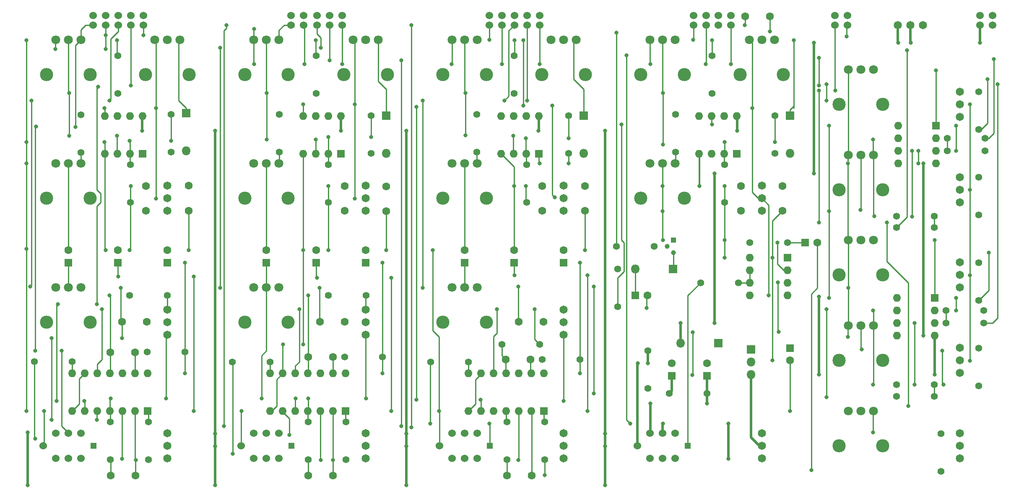
<source format=gbr>
%TF.GenerationSoftware,KiCad,Pcbnew,(2017-09-01 revision 8d1475135)-makepkg*%
%TF.CreationDate,2017-09-04T13:55:26-07:00*%
%TF.ProjectId,SM01,534D30312E6B696361645F7063620000,rev?*%
%TF.SameCoordinates,Original*%
%TF.FileFunction,Copper,L1,Top,Signal*%
%TF.FilePolarity,Positive*%
%FSLAX46Y46*%
G04 Gerber Fmt 4.6, Leading zero omitted, Abs format (unit mm)*
G04 Created by KiCad (PCBNEW (2017-09-01 revision 8d1475135)-makepkg) date 09/04/17 13:55:26*
%MOMM*%
%LPD*%
G01*
G04 APERTURE LIST*
%TA.AperFunction,ComponentPad*%
%ADD10C,1.397000*%
%TD*%
%TA.AperFunction,ComponentPad*%
%ADD11O,1.600000X1.600000*%
%TD*%
%TA.AperFunction,ComponentPad*%
%ADD12R,1.600000X1.600000*%
%TD*%
%TA.AperFunction,ComponentPad*%
%ADD13C,2.667000*%
%TD*%
%TA.AperFunction,ComponentPad*%
%ADD14C,1.803400*%
%TD*%
%TA.AperFunction,ComponentPad*%
%ADD15C,1.524000*%
%TD*%
%TA.AperFunction,ComponentPad*%
%ADD16R,1.270000X1.270000*%
%TD*%
%TA.AperFunction,ComponentPad*%
%ADD17C,1.600000*%
%TD*%
%TA.AperFunction,ComponentPad*%
%ADD18O,1.800000X1.800000*%
%TD*%
%TA.AperFunction,ComponentPad*%
%ADD19R,1.800000X1.800000*%
%TD*%
%TA.AperFunction,ComponentPad*%
%ADD20C,1.651000*%
%TD*%
%TA.AperFunction,ComponentPad*%
%ADD21R,1.000000X1.000000*%
%TD*%
%TA.AperFunction,ComponentPad*%
%ADD22C,1.000000*%
%TD*%
%TA.AperFunction,ViaPad*%
%ADD23C,0.800000*%
%TD*%
%TA.AperFunction,Conductor*%
%ADD24C,0.250000*%
%TD*%
%TA.AperFunction,Conductor*%
%ADD25C,0.500000*%
%TD*%
G04 APERTURE END LIST*
D10*
%TO.P,R3,1*%
%TO.N,Net-(J3-Pad1)*%
X100000000Y88810000D03*
%TO.P,R3,2*%
%TO.N,Net-(R3-Pad2)*%
X100000000Y81190000D03*
%TD*%
D11*
%TO.P,U4,14*%
%TO.N,Net-(C10-Pad1)*%
X26000000Y24620000D03*
%TO.P,U4,7*%
%TO.N,GND*%
X10760000Y17000000D03*
%TO.P,U4,13*%
%TO.N,Net-(C18-Pad2)*%
X23460000Y24620000D03*
%TO.P,U4,6*%
%TO.N,Net-(J8-Pad2)*%
X13300000Y17000000D03*
%TO.P,U4,12*%
%TO.N,N/C*%
X20920000Y24620000D03*
%TO.P,U4,5*%
%TO.N,Net-(C25-Pad1)*%
X15840000Y17000000D03*
%TO.P,U4,11*%
%TO.N,Net-(C18-Pad1)*%
X18380000Y24620000D03*
%TO.P,U4,4*%
%TO.N,Net-(R31-Pad2)*%
X18380000Y17000000D03*
%TO.P,U4,10*%
%TO.N,Net-(R28-Pad2)*%
X15840000Y24620000D03*
%TO.P,U4,3*%
%TO.N,Net-(C21-Pad1)*%
X20920000Y17000000D03*
%TO.P,U4,9*%
%TO.N,GND*%
X13300000Y24620000D03*
%TO.P,U4,2*%
%TO.N,Net-(C21-Pad2)*%
X23460000Y17000000D03*
%TO.P,U4,8*%
%TO.N,Net-(R12-Pad1)*%
X10760000Y24620000D03*
D12*
%TO.P,U4,1*%
%TO.N,Net-(C13-Pad1)*%
X26000000Y17000000D03*
%TD*%
D13*
%TO.P,DECAY1,5*%
%TO.N,N/C*%
X5605637Y60001843D03*
%TO.P,DECAY1,4*%
X14394037Y60001843D03*
D14*
%TO.P,DECAY1,1*%
%TO.N,Net-(DECAY1-Pad1)*%
X12539837Y67012243D03*
%TO.P,DECAY1,2*%
%TO.N,GND*%
X9999837Y67012243D03*
%TO.P,DECAY1,3*%
X7459837Y67012243D03*
%TD*%
%TO.P,SENSE1,3*%
%TO.N,GND*%
X7459837Y92012243D03*
%TO.P,SENSE1,2*%
%TO.N,Net-(R1-Pad2)*%
X9999837Y92012243D03*
%TO.P,SENSE1,1*%
%TO.N,Net-(J1-Pad1)*%
X12539837Y92012243D03*
D13*
%TO.P,SENSE1,4*%
%TO.N,N/C*%
X14394037Y85001843D03*
%TO.P,SENSE1,5*%
X5605637Y85001843D03*
%TD*%
D15*
%TO.P,J9,*%
%TO.N,*%
X62738000Y96901000D03*
X60198000Y96901000D03*
%TO.P,J9,2*%
%TO.N,Net-(J9-Pad2)*%
X62738000Y94996000D03*
%TO.P,J9,1*%
%TO.N,Net-(J9-Pad1)*%
X60198000Y94996000D03*
%TO.P,J9,3*%
%TO.N,GND*%
X65278000Y94996000D03*
%TO.P,J9,*%
%TO.N,*%
X65278000Y96901000D03*
%TD*%
%TO.P,J8,*%
%TO.N,*%
X25146000Y96901000D03*
%TO.P,J8,3*%
%TO.N,GND*%
X25146000Y94996000D03*
%TO.P,J8,1*%
%TO.N,Net-(J8-Pad1)*%
X20066000Y94996000D03*
%TO.P,J8,2*%
%TO.N,Net-(J8-Pad2)*%
X22606000Y94996000D03*
%TO.P,J8,*%
%TO.N,*%
X20066000Y96901000D03*
X22606000Y96901000D03*
%TD*%
%TO.P,J10,*%
%TO.N,*%
X102616000Y96901000D03*
X100076000Y96901000D03*
%TO.P,J10,2*%
%TO.N,Net-(J10-Pad2)*%
X102616000Y94996000D03*
%TO.P,J10,1*%
%TO.N,Net-(J10-Pad1)*%
X100076000Y94996000D03*
%TO.P,J10,3*%
%TO.N,GND*%
X105156000Y94996000D03*
%TO.P,J10,*%
%TO.N,*%
X105156000Y96901000D03*
%TD*%
D16*
%TO.P,LEDSW4,7*%
%TO.N,Net-(LEDSW4-Pad7)*%
X135080000Y10000000D03*
D15*
%TO.P,LEDSW4,8*%
%TO.N,GND*%
X124920000Y10000000D03*
%TO.P,LEDSW4,6*%
%TO.N,Net-(LEDSW4-Pad6)*%
X127460000Y7460000D03*
%TO.P,LEDSW4,5*%
%TO.N,Net-(LEDSW4-Pad5)*%
X130000000Y7460000D03*
%TO.P,LEDSW4,4*%
%TO.N,Net-(LEDSW4-Pad4)*%
X132540000Y7460000D03*
%TO.P,LEDSW4,3*%
%TO.N,+5V*%
X127460000Y12540000D03*
%TO.P,LEDSW4,2*%
%TO.N,Net-(J5-Pad1)*%
X130000000Y12540000D03*
%TO.P,LEDSW4,1*%
%TO.N,Net-(LEDSW4-Pad1)*%
X132540000Y12540000D03*
%TD*%
%TO.P,LEDSW3,1*%
%TO.N,Net-(LEDSW3-Pad1)*%
X92540000Y12540000D03*
%TO.P,LEDSW3,2*%
%TO.N,Net-(J3-Pad1)*%
X90000000Y12540000D03*
%TO.P,LEDSW3,3*%
%TO.N,+5V*%
X87460000Y12540000D03*
%TO.P,LEDSW3,4*%
%TO.N,Net-(LEDSW3-Pad4)*%
X92540000Y7460000D03*
%TO.P,LEDSW3,5*%
%TO.N,Net-(LEDSW3-Pad5)*%
X90000000Y7460000D03*
%TO.P,LEDSW3,6*%
%TO.N,Net-(LEDSW3-Pad6)*%
X87460000Y7460000D03*
%TO.P,LEDSW3,8*%
%TO.N,GND*%
X84920000Y10000000D03*
D16*
%TO.P,LEDSW3,7*%
%TO.N,Net-(LEDSW3-Pad7)*%
X95080000Y10000000D03*
%TD*%
%TO.P,LEDSW1,7*%
%TO.N,Net-(LEDSW1-Pad7)*%
X15080000Y10000000D03*
D15*
%TO.P,LEDSW1,8*%
%TO.N,GND*%
X4920000Y10000000D03*
%TO.P,LEDSW1,6*%
%TO.N,Net-(LEDSW1-Pad6)*%
X7460000Y7460000D03*
%TO.P,LEDSW1,5*%
%TO.N,Net-(LEDSW1-Pad5)*%
X10000000Y7460000D03*
%TO.P,LEDSW1,4*%
%TO.N,Net-(LEDSW1-Pad4)*%
X12540000Y7460000D03*
%TO.P,LEDSW1,3*%
%TO.N,+5V*%
X7460000Y12540000D03*
%TO.P,LEDSW1,2*%
%TO.N,Net-(J1-Pad1)*%
X10000000Y12540000D03*
%TO.P,LEDSW1,1*%
%TO.N,Net-(LEDSW1-Pad1)*%
X12540000Y12540000D03*
%TD*%
%TO.P,LEDSW2,1*%
%TO.N,Net-(LEDSW2-Pad1)*%
X52540000Y12540000D03*
%TO.P,LEDSW2,2*%
%TO.N,Net-(J2-Pad1)*%
X50000000Y12540000D03*
%TO.P,LEDSW2,3*%
%TO.N,+5V*%
X47460000Y12540000D03*
%TO.P,LEDSW2,4*%
%TO.N,Net-(LEDSW2-Pad4)*%
X52540000Y7460000D03*
%TO.P,LEDSW2,5*%
%TO.N,Net-(LEDSW2-Pad5)*%
X50000000Y7460000D03*
%TO.P,LEDSW2,6*%
%TO.N,Net-(LEDSW2-Pad6)*%
X47460000Y7460000D03*
%TO.P,LEDSW2,8*%
%TO.N,GND*%
X44920000Y10000000D03*
D16*
%TO.P,LEDSW2,7*%
%TO.N,Net-(LEDSW2-Pad7)*%
X55080000Y10000000D03*
%TD*%
D10*
%TO.P,R50,1*%
%TO.N,LED_AR*%
X145288000Y42926000D03*
%TO.P,R50,2*%
%TO.N,Net-(LEDSW4-Pad7)*%
X137668000Y42926000D03*
%TD*%
D17*
%TO.P,C18,2*%
%TO.N,Net-(C18-Pad2)*%
X23450000Y28860000D03*
%TO.P,C18,1*%
%TO.N,Net-(C18-Pad1)*%
X18450000Y28860000D03*
%TD*%
%TO.P,C27,1*%
%TO.N,Net-(C27-Pad1)*%
X100918000Y35052000D03*
%TO.P,C27,2*%
%TO.N,Net-(C27-Pad2)*%
X105918000Y35052000D03*
%TD*%
%TO.P,C26,2*%
%TO.N,Net-(C26-Pad2)*%
X65786000Y35052000D03*
%TO.P,C26,1*%
%TO.N,Net-(C26-Pad1)*%
X60786000Y35052000D03*
%TD*%
%TO.P,C25,1*%
%TO.N,Net-(C25-Pad1)*%
X20828000Y35052000D03*
%TO.P,C25,2*%
%TO.N,Net-(C25-Pad2)*%
X25828000Y35052000D03*
%TD*%
%TO.P,C24,2*%
%TO.N,GND*%
X146638000Y96774000D03*
%TO.P,C24,1*%
%TO.N,Net-(C24-Pad1)*%
X151638000Y96774000D03*
%TD*%
%TO.P,C23,1*%
%TO.N,Net-(C23-Pad1)*%
X98552000Y4000000D03*
%TO.P,C23,2*%
%TO.N,Net-(C23-Pad2)*%
X103552000Y4000000D03*
%TD*%
%TO.P,C22,2*%
%TO.N,Net-(C22-Pad2)*%
X63420000Y4000000D03*
%TO.P,C22,1*%
%TO.N,Net-(C22-Pad1)*%
X58420000Y4000000D03*
%TD*%
%TO.P,C21,1*%
%TO.N,Net-(C21-Pad1)*%
X18542000Y4000000D03*
%TO.P,C21,2*%
%TO.N,Net-(C21-Pad2)*%
X23542000Y4000000D03*
%TD*%
%TO.P,C20,2*%
%TO.N,Net-(C20-Pad2)*%
X103298000Y27432000D03*
%TO.P,C20,1*%
%TO.N,Net-(C20-Pad1)*%
X98298000Y27432000D03*
%TD*%
%TO.P,C19,1*%
%TO.N,Net-(C19-Pad1)*%
X58420000Y27940000D03*
%TO.P,C19,2*%
%TO.N,Net-(C19-Pad2)*%
X63420000Y27940000D03*
%TD*%
%TO.P,C17,2*%
%TO.N,GND*%
X154178000Y57484000D03*
%TO.P,C17,1*%
%TO.N,Net-(C17-Pad1)*%
X154178000Y62484000D03*
%TD*%
%TO.P,C16,1*%
%TO.N,GND*%
X145796000Y62484000D03*
%TO.P,C16,2*%
%TO.N,Net-(C16-Pad2)*%
X145796000Y57484000D03*
%TD*%
%TO.P,C9,2*%
%TO.N,GND*%
X114300000Y57484000D03*
%TO.P,C9,1*%
%TO.N,Net-(C9-Pad1)*%
X114300000Y62484000D03*
%TD*%
%TO.P,C8,1*%
%TO.N,Net-(C8-Pad1)*%
X74168000Y62404000D03*
%TO.P,C8,2*%
%TO.N,GND*%
X74168000Y57404000D03*
%TD*%
%TO.P,C7,2*%
%TO.N,GND*%
X34290000Y57520000D03*
%TO.P,C7,1*%
%TO.N,Net-(C7-Pad1)*%
X34290000Y62520000D03*
%TD*%
%TO.P,C6,1*%
%TO.N,GND*%
X105664000Y62484000D03*
%TO.P,C6,2*%
%TO.N,Net-(C6-Pad2)*%
X105664000Y57484000D03*
%TD*%
%TO.P,C5,2*%
%TO.N,Net-(C5-Pad2)*%
X65786000Y57484000D03*
%TO.P,C5,1*%
%TO.N,GND*%
X65786000Y62484000D03*
%TD*%
%TO.P,C4,1*%
%TO.N,GND*%
X25654000Y62484000D03*
%TO.P,C4,2*%
%TO.N,Net-(C4-Pad2)*%
X25654000Y57484000D03*
%TD*%
%TO.P,C1,2*%
%TO.N,GND*%
X155702000Y27218000D03*
D12*
%TO.P,C1,1*%
%TO.N,Net-(C1-Pad1)*%
X155702000Y29718000D03*
%TD*%
%TO.P,C2,1*%
%TO.N,+5V*%
X138938000Y24130000D03*
D17*
%TO.P,C2,2*%
%TO.N,GND*%
X138938000Y26630000D03*
%TD*%
%TO.P,C3,2*%
%TO.N,GND*%
X131826000Y26630000D03*
D12*
%TO.P,C3,1*%
%TO.N,2.5v*%
X131826000Y24130000D03*
%TD*%
%TO.P,C28,1*%
%TO.N,Net-(C25-Pad1)*%
X10000000Y47000000D03*
D17*
%TO.P,C28,2*%
%TO.N,GND*%
X10000000Y49500000D03*
%TD*%
%TO.P,C30,2*%
%TO.N,GND*%
X90000000Y49500000D03*
D12*
%TO.P,C30,1*%
%TO.N,Net-(C27-Pad1)*%
X90000000Y47000000D03*
%TD*%
%TO.P,C31,1*%
%TO.N,Net-(C31-Pad1)*%
X124460000Y40386000D03*
D17*
%TO.P,C31,2*%
%TO.N,Net-(C31-Pad2)*%
X126960000Y40386000D03*
%TD*%
%TO.P,C32,2*%
%TO.N,Net-(C32-Pad2)*%
X161250000Y51054000D03*
D12*
%TO.P,C32,1*%
%TO.N,Net-(C32-Pad1)*%
X158750000Y51054000D03*
%TD*%
%TO.P,C29,1*%
%TO.N,Net-(C26-Pad1)*%
X50000000Y47000000D03*
D17*
%TO.P,C29,2*%
%TO.N,GND*%
X50000000Y49500000D03*
%TD*%
%TO.P,C15,2*%
%TO.N,GND*%
X100000000Y49500000D03*
D12*
%TO.P,C15,1*%
%TO.N,Net-(C15-Pad1)*%
X100000000Y47000000D03*
%TD*%
%TO.P,C10,1*%
%TO.N,Net-(C10-Pad1)*%
X30000000Y47000000D03*
D17*
%TO.P,C10,2*%
%TO.N,GND*%
X30000000Y49500000D03*
%TD*%
%TO.P,C11,2*%
%TO.N,GND*%
X70000000Y49500000D03*
D12*
%TO.P,C11,1*%
%TO.N,Net-(C11-Pad1)*%
X70000000Y47000000D03*
%TD*%
%TO.P,C12,1*%
%TO.N,Net-(C12-Pad1)*%
X110000000Y47000000D03*
D17*
%TO.P,C12,2*%
%TO.N,GND*%
X110000000Y49500000D03*
%TD*%
%TO.P,C13,2*%
%TO.N,GND*%
X20000000Y49500000D03*
D12*
%TO.P,C13,1*%
%TO.N,Net-(C13-Pad1)*%
X20000000Y47000000D03*
%TD*%
%TO.P,C14,1*%
%TO.N,Net-(C14-Pad1)*%
X60000000Y47000000D03*
D17*
%TO.P,C14,2*%
%TO.N,GND*%
X60000000Y49500000D03*
%TD*%
D12*
%TO.P,U6,1*%
%TO.N,Net-(C15-Pad1)*%
X106000000Y17000000D03*
D11*
%TO.P,U6,8*%
%TO.N,Net-(R14-Pad1)*%
X90760000Y24620000D03*
%TO.P,U6,2*%
%TO.N,Net-(C23-Pad2)*%
X103460000Y17000000D03*
%TO.P,U6,9*%
%TO.N,GND*%
X93300000Y24620000D03*
%TO.P,U6,3*%
%TO.N,Net-(C23-Pad1)*%
X100920000Y17000000D03*
%TO.P,U6,10*%
%TO.N,Net-(R30-Pad2)*%
X95840000Y24620000D03*
%TO.P,U6,4*%
%TO.N,Net-(R33-Pad2)*%
X98380000Y17000000D03*
%TO.P,U6,11*%
%TO.N,Net-(C20-Pad1)*%
X98380000Y24620000D03*
%TO.P,U6,5*%
%TO.N,Net-(C27-Pad1)*%
X95840000Y17000000D03*
%TO.P,U6,12*%
%TO.N,N/C*%
X100920000Y24620000D03*
%TO.P,U6,6*%
%TO.N,Net-(J10-Pad2)*%
X93300000Y17000000D03*
%TO.P,U6,13*%
%TO.N,Net-(C20-Pad2)*%
X103460000Y24620000D03*
%TO.P,U6,7*%
%TO.N,GND*%
X90760000Y17000000D03*
%TO.P,U6,14*%
%TO.N,Net-(C12-Pad1)*%
X106000000Y24620000D03*
%TD*%
%TO.P,U5,14*%
%TO.N,Net-(C11-Pad1)*%
X66000000Y24620000D03*
%TO.P,U5,7*%
%TO.N,GND*%
X50760000Y17000000D03*
%TO.P,U5,13*%
%TO.N,Net-(C19-Pad2)*%
X63460000Y24620000D03*
%TO.P,U5,6*%
%TO.N,Net-(J9-Pad2)*%
X53300000Y17000000D03*
%TO.P,U5,12*%
%TO.N,N/C*%
X60920000Y24620000D03*
%TO.P,U5,5*%
%TO.N,Net-(C26-Pad1)*%
X55840000Y17000000D03*
%TO.P,U5,11*%
%TO.N,Net-(C19-Pad1)*%
X58380000Y24620000D03*
%TO.P,U5,4*%
%TO.N,Net-(R32-Pad2)*%
X58380000Y17000000D03*
%TO.P,U5,10*%
%TO.N,Net-(R29-Pad2)*%
X55840000Y24620000D03*
%TO.P,U5,3*%
%TO.N,Net-(C22-Pad1)*%
X60920000Y17000000D03*
%TO.P,U5,9*%
%TO.N,GND*%
X53300000Y24620000D03*
%TO.P,U5,2*%
%TO.N,Net-(C22-Pad2)*%
X63460000Y17000000D03*
%TO.P,U5,8*%
%TO.N,Net-(R13-Pad1)*%
X50760000Y24620000D03*
D12*
%TO.P,U5,1*%
%TO.N,Net-(C14-Pad1)*%
X66000000Y17000000D03*
%TD*%
D11*
%TO.P,U3,8*%
%TO.N,+5V*%
X105000000Y76620000D03*
%TO.P,U3,4*%
%TO.N,GND*%
X97380000Y69000000D03*
%TO.P,U3,7*%
%TO.N,Net-(U3-Pad6)*%
X102460000Y76620000D03*
%TO.P,U3,3*%
%TO.N,Net-(R3-Pad2)*%
X99920000Y69000000D03*
%TO.P,U3,6*%
%TO.N,Net-(U3-Pad6)*%
X99920000Y76620000D03*
%TO.P,U3,2*%
%TO.N,Net-(R11-Pad2)*%
X102460000Y69000000D03*
%TO.P,U3,5*%
%TO.N,Net-(ATTACK3-Pad2)*%
X97380000Y76620000D03*
D12*
%TO.P,U3,1*%
%TO.N,Net-(D4-Pad2)*%
X105000000Y69000000D03*
%TD*%
%TO.P,U2,1*%
%TO.N,Net-(D3-Pad2)*%
X65000000Y69000000D03*
D11*
%TO.P,U2,5*%
%TO.N,Net-(ATTACK2-Pad2)*%
X57380000Y76620000D03*
%TO.P,U2,2*%
%TO.N,Net-(R10-Pad2)*%
X62460000Y69000000D03*
%TO.P,U2,6*%
%TO.N,Net-(U2-Pad6)*%
X59920000Y76620000D03*
%TO.P,U2,3*%
%TO.N,Net-(R2-Pad2)*%
X59920000Y69000000D03*
%TO.P,U2,7*%
%TO.N,Net-(U2-Pad6)*%
X62460000Y76620000D03*
%TO.P,U2,4*%
%TO.N,GND*%
X57380000Y69000000D03*
%TO.P,U2,8*%
%TO.N,+5V*%
X65000000Y76620000D03*
%TD*%
%TO.P,U1,8*%
%TO.N,+5V*%
X25000000Y76620000D03*
%TO.P,U1,4*%
%TO.N,GND*%
X17380000Y69000000D03*
%TO.P,U1,7*%
%TO.N,Net-(U1-Pad6)*%
X22460000Y76620000D03*
%TO.P,U1,3*%
%TO.N,Net-(R1-Pad2)*%
X19920000Y69000000D03*
%TO.P,U1,6*%
%TO.N,Net-(U1-Pad6)*%
X19920000Y76620000D03*
%TO.P,U1,2*%
%TO.N,Net-(R4-Pad1)*%
X22460000Y69000000D03*
%TO.P,U1,5*%
%TO.N,Net-(ATTACK1-Pad2)*%
X17380000Y76620000D03*
D12*
%TO.P,U1,1*%
%TO.N,Net-(D2-Pad2)*%
X25000000Y69000000D03*
%TD*%
%TO.P,U8,1*%
%TO.N,Net-(D5-Pad2)*%
X145000000Y69000000D03*
D11*
%TO.P,U8,5*%
%TO.N,Net-(ATTACK4-Pad2)*%
X137380000Y76620000D03*
%TO.P,U8,2*%
%TO.N,Net-(R19-Pad1)*%
X142460000Y69000000D03*
%TO.P,U8,6*%
%TO.N,Net-(R35-Pad2)*%
X139920000Y76620000D03*
%TO.P,U8,3*%
%TO.N,Net-(R18-Pad2)*%
X139920000Y69000000D03*
%TO.P,U8,7*%
%TO.N,Net-(R35-Pad2)*%
X142460000Y76620000D03*
%TO.P,U8,4*%
%TO.N,GND*%
X137380000Y69000000D03*
%TO.P,U8,8*%
%TO.N,+5V*%
X145000000Y76620000D03*
%TD*%
%TO.P,U9,8*%
%TO.N,GND*%
X177292000Y39878000D03*
%TO.P,U9,4*%
%TO.N,+5V*%
X184912000Y32258000D03*
%TO.P,U9,7*%
%TO.N,Net-(R40-Pad1)*%
X177292000Y37338000D03*
%TO.P,U9,3*%
%TO.N,2.5v*%
X184912000Y34798000D03*
%TO.P,U9,6*%
%TO.N,Net-(R36-Pad1)*%
X177292000Y34798000D03*
%TO.P,U9,2*%
%TO.N,Net-(R39-Pad2)*%
X184912000Y37338000D03*
%TO.P,U9,5*%
%TO.N,2.5v*%
X177292000Y32258000D03*
D12*
%TO.P,U9,1*%
%TO.N,Net-(R43-Pad1)*%
X184912000Y39878000D03*
%TD*%
%TO.P,U10,1*%
%TO.N,Net-(R41-Pad1)*%
X185166000Y74676000D03*
D11*
%TO.P,U10,5*%
%TO.N,2.5v*%
X177546000Y67056000D03*
%TO.P,U10,2*%
%TO.N,Net-(R37-Pad2)*%
X185166000Y72136000D03*
%TO.P,U10,6*%
%TO.N,Net-(R38-Pad2)*%
X177546000Y69596000D03*
%TO.P,U10,3*%
%TO.N,2.5v*%
X185166000Y69596000D03*
%TO.P,U10,7*%
%TO.N,Net-(R42-Pad1)*%
X177546000Y72136000D03*
%TO.P,U10,4*%
%TO.N,+5V*%
X185166000Y67056000D03*
%TO.P,U10,8*%
%TO.N,GND*%
X177546000Y74676000D03*
%TD*%
%TO.P,U11,8*%
%TO.N,GND*%
X147574000Y48006000D03*
%TO.P,U11,4*%
%TO.N,+5V*%
X155194000Y40386000D03*
%TO.P,U11,7*%
%TO.N,LED_AR*%
X147574000Y45466000D03*
%TO.P,U11,3*%
%TO.N,2.5v*%
X155194000Y42926000D03*
%TO.P,U11,6*%
%TO.N,LED_AR*%
X147574000Y42926000D03*
%TO.P,U11,2*%
%TO.N,Net-(R48-Pad2)*%
X155194000Y45466000D03*
%TO.P,U11,5*%
%TO.N,Net-(ATTACK4-Pad2)*%
X147574000Y40386000D03*
D12*
%TO.P,U11,1*%
%TO.N,Net-(C32-Pad1)*%
X155194000Y48006000D03*
%TD*%
D18*
%TO.P,D2,2*%
%TO.N,Net-(D2-Pad2)*%
X33782000Y69596000D03*
D19*
%TO.P,D2,1*%
%TO.N,Net-(ATTACK1-Pad1)*%
X33782000Y77216000D03*
%TD*%
%TO.P,D1,1*%
%TO.N,Net-(C1-Pad1)*%
X141224000Y30734000D03*
D18*
%TO.P,D1,2*%
%TO.N,Net-(D1-Pad2)*%
X133604000Y30734000D03*
%TD*%
%TO.P,D5,2*%
%TO.N,Net-(D5-Pad2)*%
X155702000Y69088000D03*
D19*
%TO.P,D5,1*%
%TO.N,Net-(ATTACK4-Pad1)*%
X155702000Y76708000D03*
%TD*%
%TO.P,D4,1*%
%TO.N,Net-(ATTACK3-Pad1)*%
X114046000Y76708000D03*
D18*
%TO.P,D4,2*%
%TO.N,Net-(D4-Pad2)*%
X114046000Y69088000D03*
%TD*%
%TO.P,D6,2*%
%TO.N,Net-(C31-Pad1)*%
X124460000Y45720000D03*
D19*
%TO.P,D6,1*%
%TO.N,Net-(D6-Pad1)*%
X132080000Y45720000D03*
%TD*%
%TO.P,D3,1*%
%TO.N,Net-(ATTACK2-Pad1)*%
X74168000Y76708000D03*
D18*
%TO.P,D3,2*%
%TO.N,Net-(D3-Pad2)*%
X74168000Y69088000D03*
%TD*%
D13*
%TO.P,SENSE2,5*%
%TO.N,N/C*%
X45605637Y85001843D03*
%TO.P,SENSE2,4*%
X54394037Y85001843D03*
D14*
%TO.P,SENSE2,1*%
%TO.N,Net-(J2-Pad1)*%
X52539837Y92012243D03*
%TO.P,SENSE2,2*%
%TO.N,Net-(R2-Pad2)*%
X49999837Y92012243D03*
%TO.P,SENSE2,3*%
%TO.N,GND*%
X47459837Y92012243D03*
%TD*%
%TO.P,SENSE3,3*%
%TO.N,GND*%
X87459837Y92012243D03*
%TO.P,SENSE3,2*%
%TO.N,Net-(R3-Pad2)*%
X89999837Y92012243D03*
%TO.P,SENSE3,1*%
%TO.N,Net-(J3-Pad1)*%
X92539837Y92012243D03*
D13*
%TO.P,SENSE3,4*%
%TO.N,N/C*%
X94394037Y85001843D03*
%TO.P,SENSE3,5*%
X85605637Y85001843D03*
%TD*%
%TO.P,SENSE4,5*%
%TO.N,N/C*%
X125605637Y85001843D03*
%TO.P,SENSE4,4*%
X134394037Y85001843D03*
D14*
%TO.P,SENSE4,1*%
%TO.N,Net-(J5-Pad1)*%
X132539837Y92012243D03*
%TO.P,SENSE4,2*%
%TO.N,Net-(R18-Pad2)*%
X129999837Y92012243D03*
%TO.P,SENSE4,3*%
%TO.N,GND*%
X127459837Y92012243D03*
%TD*%
%TO.P,ATTACK1,3*%
%TO.N,Net-(ATTACK1-Pad2)*%
X27459837Y92012243D03*
%TO.P,ATTACK1,2*%
X29999837Y92012243D03*
%TO.P,ATTACK1,1*%
%TO.N,Net-(ATTACK1-Pad1)*%
X32539837Y92012243D03*
D13*
%TO.P,ATTACK1,4*%
%TO.N,N/C*%
X34394037Y85001843D03*
%TO.P,ATTACK1,5*%
X25605637Y85001843D03*
%TD*%
%TO.P,ATTACK4,5*%
%TO.N,N/C*%
X145605637Y85001843D03*
%TO.P,ATTACK4,4*%
X154394037Y85001843D03*
D14*
%TO.P,ATTACK4,1*%
%TO.N,Net-(ATTACK4-Pad1)*%
X152539837Y92012243D03*
%TO.P,ATTACK4,2*%
%TO.N,Net-(ATTACK4-Pad2)*%
X149999837Y92012243D03*
%TO.P,ATTACK4,3*%
X147459837Y92012243D03*
%TD*%
%TO.P,ATTACK3,3*%
%TO.N,Net-(ATTACK3-Pad2)*%
X107459837Y92012243D03*
%TO.P,ATTACK3,2*%
X109999837Y92012243D03*
%TO.P,ATTACK3,1*%
%TO.N,Net-(ATTACK3-Pad1)*%
X112539837Y92012243D03*
D13*
%TO.P,ATTACK3,4*%
%TO.N,N/C*%
X114394037Y85001843D03*
%TO.P,ATTACK3,5*%
X105605637Y85001843D03*
%TD*%
%TO.P,ATTACK2,5*%
%TO.N,N/C*%
X65605637Y85001843D03*
%TO.P,ATTACK2,4*%
X74394037Y85001843D03*
D14*
%TO.P,ATTACK2,1*%
%TO.N,Net-(ATTACK2-Pad1)*%
X72539837Y92012243D03*
%TO.P,ATTACK2,2*%
%TO.N,Net-(ATTACK2-Pad2)*%
X69999837Y92012243D03*
%TO.P,ATTACK2,3*%
X67459837Y92012243D03*
%TD*%
%TO.P,VOL1,3*%
%TO.N,2.5v*%
X167459837Y86012243D03*
%TO.P,VOL1,2*%
%TO.N,Net-(R45-Pad2)*%
X169999837Y86012243D03*
%TO.P,VOL1,1*%
%TO.N,Net-(R41-Pad1)*%
X172539837Y86012243D03*
D13*
%TO.P,VOL1,4*%
%TO.N,N/C*%
X174394037Y79001843D03*
%TO.P,VOL1,5*%
X165605637Y79001843D03*
%TD*%
D14*
%TO.P,DECAY2,3*%
%TO.N,GND*%
X47459837Y67012243D03*
%TO.P,DECAY2,2*%
X49999837Y67012243D03*
%TO.P,DECAY2,1*%
%TO.N,Net-(DECAY2-Pad1)*%
X52539837Y67012243D03*
D13*
%TO.P,DECAY2,4*%
%TO.N,N/C*%
X54394037Y60001843D03*
%TO.P,DECAY2,5*%
X45605637Y60001843D03*
%TD*%
%TO.P,DECAY3,5*%
%TO.N,N/C*%
X85605637Y60001843D03*
%TO.P,DECAY3,4*%
X94394037Y60001843D03*
D14*
%TO.P,DECAY3,1*%
%TO.N,Net-(DECAY3-Pad1)*%
X92539837Y67012243D03*
%TO.P,DECAY3,2*%
%TO.N,GND*%
X89999837Y67012243D03*
%TO.P,DECAY3,3*%
X87459837Y67012243D03*
%TD*%
%TO.P,DECAY4,3*%
%TO.N,GND*%
X127459837Y67012243D03*
%TO.P,DECAY4,2*%
X129999837Y67012243D03*
%TO.P,DECAY4,1*%
%TO.N,Net-(DECAY4-Pad1)*%
X132539837Y67012243D03*
D13*
%TO.P,DECAY4,4*%
%TO.N,N/C*%
X134394037Y60001843D03*
%TO.P,DECAY4,5*%
X125605637Y60001843D03*
%TD*%
%TO.P,VOL2,5*%
%TO.N,N/C*%
X165605637Y61751843D03*
%TO.P,VOL2,4*%
X174394037Y61751843D03*
D14*
%TO.P,VOL2,1*%
%TO.N,Net-(R42-Pad1)*%
X172539837Y68762243D03*
%TO.P,VOL2,2*%
%TO.N,Net-(R46-Pad2)*%
X169999837Y68762243D03*
%TO.P,VOL2,3*%
%TO.N,2.5v*%
X167459837Y68762243D03*
%TD*%
%TO.P,VOL3,3*%
%TO.N,2.5v*%
X167459837Y51512243D03*
%TO.P,VOL3,2*%
%TO.N,Net-(R47-Pad2)*%
X169999837Y51512243D03*
%TO.P,VOL3,1*%
%TO.N,Net-(R43-Pad1)*%
X172539837Y51512243D03*
D13*
%TO.P,VOL3,4*%
%TO.N,N/C*%
X174394037Y44501843D03*
%TO.P,VOL3,5*%
X165605637Y44501843D03*
%TD*%
%TO.P,VOL4,5*%
%TO.N,N/C*%
X165605637Y27251843D03*
%TO.P,VOL4,4*%
X174394037Y27251843D03*
D14*
%TO.P,VOL4,1*%
%TO.N,Net-(R40-Pad1)*%
X172539837Y34262243D03*
%TO.P,VOL4,2*%
%TO.N,Net-(R44-Pad2)*%
X169999837Y34262243D03*
%TO.P,VOL4,3*%
%TO.N,2.5v*%
X167459837Y34262243D03*
%TD*%
%TO.P,MASTERV1,3*%
%TO.N,GND*%
X167459837Y17012243D03*
%TO.P,MASTERV1,2*%
%TO.N,Net-(J7-Pad1)*%
X169999837Y17012243D03*
%TO.P,MASTERV1,1*%
%TO.N,Net-(MASTERV1-Pad1)*%
X172539837Y17012243D03*
D13*
%TO.P,MASTERV1,4*%
%TO.N,N/C*%
X174394037Y10001843D03*
%TO.P,MASTERV1,5*%
X165605637Y10001843D03*
%TD*%
%TO.P,OSC1,5*%
%TO.N,N/C*%
X5605637Y35001843D03*
%TO.P,OSC1,4*%
X14394037Y35001843D03*
D14*
%TO.P,OSC1,1*%
%TO.N,Net-(C25-Pad1)*%
X12539837Y42012243D03*
%TO.P,OSC1,2*%
X9999837Y42012243D03*
%TO.P,OSC1,3*%
%TO.N,Net-(J8-Pad1)*%
X7459837Y42012243D03*
%TD*%
%TO.P,OSC2,3*%
%TO.N,Net-(J9-Pad1)*%
X47459837Y42012243D03*
%TO.P,OSC2,2*%
%TO.N,Net-(C26-Pad1)*%
X49999837Y42012243D03*
%TO.P,OSC2,1*%
X52539837Y42012243D03*
D13*
%TO.P,OSC2,4*%
%TO.N,N/C*%
X54394037Y35001843D03*
%TO.P,OSC2,5*%
X45605637Y35001843D03*
%TD*%
%TO.P,OSC3,5*%
%TO.N,N/C*%
X85605637Y35001843D03*
%TO.P,OSC3,4*%
X94394037Y35001843D03*
D14*
%TO.P,OSC3,1*%
%TO.N,Net-(C27-Pad1)*%
X92539837Y42012243D03*
%TO.P,OSC3,2*%
X89999837Y42012243D03*
%TO.P,OSC3,3*%
%TO.N,Net-(J10-Pad1)*%
X87459837Y42012243D03*
%TD*%
D19*
%TO.P,VREG1,1*%
%TO.N,Net-(C1-Pad1)*%
X147828000Y29464000D03*
D18*
%TO.P,VREG1,2*%
%TO.N,GND*%
X147828000Y26924000D03*
%TO.P,VREG1,3*%
%TO.N,+5V*%
X147828000Y24384000D03*
%TD*%
D10*
%TO.P,R17,1*%
%TO.N,Net-(ATTACK3-Pad2)*%
X92456000Y76962000D03*
%TO.P,R17,2*%
%TO.N,Net-(DECAY3-Pad1)*%
X92456000Y69342000D03*
%TD*%
%TO.P,R16,2*%
%TO.N,Net-(DECAY2-Pad1)*%
X52578000Y69342000D03*
%TO.P,R16,1*%
%TO.N,Net-(ATTACK2-Pad2)*%
X52578000Y76962000D03*
%TD*%
%TO.P,R18,1*%
%TO.N,Net-(J5-Pad1)*%
X140000000Y88810000D03*
%TO.P,R18,2*%
%TO.N,Net-(R18-Pad2)*%
X140000000Y81190000D03*
%TD*%
%TO.P,R14,2*%
%TO.N,Net-(LEDSW3-Pad7)*%
X83140000Y26924000D03*
%TO.P,R14,1*%
%TO.N,Net-(R14-Pad1)*%
X90760000Y26924000D03*
%TD*%
%TO.P,R13,1*%
%TO.N,Net-(R13-Pad1)*%
X50760000Y26924000D03*
%TO.P,R13,2*%
%TO.N,Net-(LEDSW2-Pad7)*%
X43140000Y26924000D03*
%TD*%
%TO.P,R12,2*%
%TO.N,Net-(LEDSW1-Pad7)*%
X3140000Y26990000D03*
%TO.P,R12,1*%
%TO.N,Net-(R12-Pad1)*%
X10760000Y26990000D03*
%TD*%
%TO.P,R11,1*%
%TO.N,Net-(D4-Pad2)*%
X110998000Y69088000D03*
%TO.P,R11,2*%
%TO.N,Net-(R11-Pad2)*%
X110998000Y76708000D03*
%TD*%
%TO.P,R10,2*%
%TO.N,Net-(R10-Pad2)*%
X71120000Y76708000D03*
%TO.P,R10,1*%
%TO.N,Net-(D3-Pad2)*%
X71120000Y69088000D03*
%TD*%
%TO.P,R9,1*%
%TO.N,Net-(D2-Pad2)*%
X30734000Y69342000D03*
%TO.P,R9,2*%
%TO.N,Net-(R4-Pad1)*%
X30734000Y76962000D03*
%TD*%
%TO.P,R8,2*%
%TO.N,GND*%
X127000000Y29210000D03*
%TO.P,R8,1*%
%TO.N,2.5v*%
X127000000Y21590000D03*
%TD*%
%TO.P,R7,1*%
%TO.N,+5V*%
X138938000Y20574000D03*
%TO.P,R7,2*%
%TO.N,2.5v*%
X131318000Y20574000D03*
%TD*%
%TO.P,R6,2*%
%TO.N,GND*%
X102500000Y59190000D03*
%TO.P,R6,1*%
%TO.N,Net-(R11-Pad2)*%
X102500000Y66810000D03*
%TD*%
%TO.P,R5,1*%
%TO.N,Net-(R10-Pad2)*%
X62484000Y66810000D03*
%TO.P,R5,2*%
%TO.N,GND*%
X62484000Y59190000D03*
%TD*%
%TO.P,R4,2*%
%TO.N,GND*%
X22500000Y59190000D03*
%TO.P,R4,1*%
%TO.N,Net-(R4-Pad1)*%
X22500000Y66810000D03*
%TD*%
%TO.P,R2,2*%
%TO.N,Net-(R2-Pad2)*%
X60000000Y81190000D03*
%TO.P,R2,1*%
%TO.N,Net-(J2-Pad1)*%
X60000000Y88810000D03*
%TD*%
%TO.P,R1,1*%
%TO.N,Net-(J1-Pad1)*%
X20000000Y88810000D03*
%TO.P,R1,2*%
%TO.N,Net-(R1-Pad2)*%
X20000000Y81190000D03*
%TD*%
%TO.P,R15,2*%
%TO.N,Net-(DECAY1-Pad1)*%
X12520000Y69290000D03*
%TO.P,R15,1*%
%TO.N,Net-(ATTACK1-Pad2)*%
X12520000Y76910000D03*
%TD*%
%TO.P,R19,1*%
%TO.N,Net-(R19-Pad1)*%
X142500000Y66810000D03*
%TO.P,R19,2*%
%TO.N,GND*%
X142500000Y59190000D03*
%TD*%
%TO.P,R20,2*%
%TO.N,Net-(R19-Pad1)*%
X152654000Y76708000D03*
%TO.P,R20,1*%
%TO.N,Net-(D5-Pad2)*%
X152654000Y69088000D03*
%TD*%
%TO.P,R21,1*%
%TO.N,Net-(C10-Pad1)*%
X33528000Y28956000D03*
%TO.P,R21,2*%
%TO.N,Net-(C18-Pad2)*%
X25908000Y28956000D03*
%TD*%
%TO.P,R22,2*%
%TO.N,Net-(C19-Pad2)*%
X65786000Y27940000D03*
%TO.P,R22,1*%
%TO.N,Net-(C11-Pad1)*%
X73406000Y27940000D03*
%TD*%
%TO.P,R23,1*%
%TO.N,Net-(C12-Pad1)*%
X113284000Y27432000D03*
%TO.P,R23,2*%
%TO.N,Net-(C20-Pad2)*%
X105664000Y27432000D03*
%TD*%
%TO.P,R24,2*%
%TO.N,Net-(C21-Pad2)*%
X26162000Y7190000D03*
%TO.P,R24,1*%
%TO.N,Net-(C13-Pad1)*%
X26162000Y14810000D03*
%TD*%
%TO.P,R25,1*%
%TO.N,Net-(C14-Pad1)*%
X66040000Y14810000D03*
%TO.P,R25,2*%
%TO.N,Net-(C22-Pad2)*%
X66040000Y7190000D03*
%TD*%
%TO.P,R49,2*%
%TO.N,Net-(C32-Pad2)*%
X186182000Y4826000D03*
%TO.P,R49,1*%
%TO.N,Net-(R49-Pad1)*%
X186182000Y12446000D03*
%TD*%
%TO.P,R48,1*%
%TO.N,Net-(C32-Pad1)*%
X155194000Y51054000D03*
%TO.P,R48,2*%
%TO.N,Net-(R48-Pad2)*%
X147574000Y51054000D03*
%TD*%
%TO.P,R47,2*%
%TO.N,Net-(R47-Pad2)*%
X193802000Y39370000D03*
%TO.P,R47,1*%
%TO.N,Net-(R47-Pad1)*%
X193802000Y46990000D03*
%TD*%
%TO.P,R46,1*%
%TO.N,Net-(R46-Pad1)*%
X193802000Y64262000D03*
%TO.P,R46,2*%
%TO.N,Net-(R46-Pad2)*%
X193802000Y56642000D03*
%TD*%
%TO.P,R45,2*%
%TO.N,Net-(R45-Pad2)*%
X193802000Y73914000D03*
%TO.P,R45,1*%
%TO.N,Net-(R45-Pad1)*%
X193802000Y81534000D03*
%TD*%
%TO.P,R44,1*%
%TO.N,Net-(R44-Pad1)*%
X193802000Y29718000D03*
%TO.P,R44,2*%
%TO.N,Net-(R44-Pad2)*%
X193802000Y22098000D03*
%TD*%
%TO.P,R43,2*%
%TO.N,Net-(R39-Pad2)*%
X187198000Y37338000D03*
%TO.P,R43,1*%
%TO.N,Net-(R43-Pad1)*%
X194818000Y37338000D03*
%TD*%
%TO.P,R26,1*%
%TO.N,Net-(C15-Pad1)*%
X106172000Y14810000D03*
%TO.P,R26,2*%
%TO.N,Net-(C23-Pad2)*%
X106172000Y7190000D03*
%TD*%
%TO.P,R27,2*%
%TO.N,Net-(DECAY4-Pad1)*%
X132588000Y69342000D03*
%TO.P,R27,1*%
%TO.N,Net-(ATTACK4-Pad2)*%
X132588000Y76962000D03*
%TD*%
%TO.P,R28,1*%
%TO.N,Net-(C18-Pad1)*%
X22352000Y40386000D03*
%TO.P,R28,2*%
%TO.N,Net-(R28-Pad2)*%
X29972000Y40386000D03*
%TD*%
%TO.P,R29,2*%
%TO.N,Net-(R29-Pad2)*%
X70104000Y40386000D03*
%TO.P,R29,1*%
%TO.N,Net-(C19-Pad1)*%
X62484000Y40386000D03*
%TD*%
%TO.P,R30,1*%
%TO.N,Net-(C20-Pad1)*%
X97536000Y30480000D03*
%TO.P,R30,2*%
%TO.N,Net-(R30-Pad2)*%
X105156000Y30480000D03*
%TD*%
%TO.P,R31,2*%
%TO.N,Net-(R31-Pad2)*%
X18500000Y14810000D03*
%TO.P,R31,1*%
%TO.N,Net-(C21-Pad1)*%
X18500000Y7190000D03*
%TD*%
%TO.P,R32,1*%
%TO.N,Net-(C22-Pad1)*%
X58420000Y7190000D03*
%TO.P,R32,2*%
%TO.N,Net-(R32-Pad2)*%
X58420000Y14810000D03*
%TD*%
%TO.P,R33,2*%
%TO.N,Net-(R33-Pad2)*%
X98552000Y14810000D03*
%TO.P,R33,1*%
%TO.N,Net-(C23-Pad1)*%
X98552000Y7190000D03*
%TD*%
%TO.P,R34,1*%
%TO.N,Net-(C24-Pad1)*%
X120650000Y50292000D03*
%TO.P,R34,2*%
%TO.N,Net-(Q1-Pad2)*%
X128270000Y50292000D03*
%TD*%
%TO.P,R35,2*%
%TO.N,Net-(R35-Pad2)*%
X120904000Y38100000D03*
%TO.P,R35,1*%
%TO.N,Net-(C31-Pad1)*%
X120904000Y45720000D03*
%TD*%
%TO.P,R36,1*%
%TO.N,Net-(R36-Pad1)*%
X184810000Y20000000D03*
%TO.P,R36,2*%
%TO.N,Net-(C31-Pad2)*%
X177190000Y20000000D03*
%TD*%
%TO.P,R37,2*%
%TO.N,Net-(R37-Pad2)*%
X187452000Y72136000D03*
%TO.P,R37,1*%
%TO.N,Net-(J8-Pad2)*%
X195072000Y72136000D03*
%TD*%
%TO.P,R38,1*%
%TO.N,Net-(J9-Pad2)*%
X177190000Y54102000D03*
%TO.P,R38,2*%
%TO.N,Net-(R38-Pad2)*%
X184810000Y54102000D03*
%TD*%
%TO.P,R39,2*%
%TO.N,Net-(R39-Pad2)*%
X187198000Y34798000D03*
%TO.P,R39,1*%
%TO.N,Net-(J10-Pad2)*%
X194818000Y34798000D03*
%TD*%
%TO.P,R40,1*%
%TO.N,Net-(R40-Pad1)*%
X177190000Y22352000D03*
%TO.P,R40,2*%
%TO.N,Net-(R36-Pad1)*%
X184810000Y22352000D03*
%TD*%
%TO.P,R41,2*%
%TO.N,Net-(R37-Pad2)*%
X187452000Y69596000D03*
%TO.P,R41,1*%
%TO.N,Net-(R41-Pad1)*%
X195072000Y69596000D03*
%TD*%
%TO.P,R42,1*%
%TO.N,Net-(R42-Pad1)*%
X177190000Y56388000D03*
%TO.P,R42,2*%
%TO.N,Net-(R38-Pad2)*%
X184810000Y56388000D03*
%TD*%
D20*
%TO.P,SW1,1*%
%TO.N,Net-(SW1-Pad1)*%
X30000000Y12540000D03*
%TO.P,SW1,2*%
%TO.N,+5V*%
X30000000Y10000000D03*
%TO.P,SW1,3*%
%TO.N,Net-(J1-Pad1)*%
X30000000Y7460000D03*
%TD*%
%TO.P,SW2,3*%
%TO.N,Net-(J2-Pad1)*%
X70000000Y7460000D03*
%TO.P,SW2,2*%
%TO.N,+5V*%
X70000000Y10000000D03*
%TO.P,SW2,1*%
%TO.N,Net-(SW2-Pad1)*%
X70000000Y12540000D03*
%TD*%
%TO.P,SW3,1*%
%TO.N,Net-(SW3-Pad1)*%
X110000000Y12540000D03*
%TO.P,SW3,2*%
%TO.N,+5V*%
X110000000Y10000000D03*
%TO.P,SW3,3*%
%TO.N,Net-(J3-Pad1)*%
X110000000Y7460000D03*
%TD*%
%TO.P,SW4,3*%
%TO.N,Net-(SW4-Pad3)*%
X182540000Y95000000D03*
%TO.P,SW4,2*%
%TO.N,Net-(J4-Pad1)*%
X180000000Y95000000D03*
%TO.P,SW4,1*%
%TO.N,Net-(D1-Pad2)*%
X177460000Y95000000D03*
%TD*%
%TO.P,SW8,3*%
%TO.N,Net-(J5-Pad1)*%
X150000000Y7460000D03*
%TO.P,SW8,2*%
%TO.N,+5V*%
X150000000Y10000000D03*
%TO.P,SW8,1*%
%TO.N,Net-(SW8-Pad1)*%
X150000000Y12540000D03*
%TD*%
%TO.P,SW9,1*%
%TO.N,Net-(C7-Pad1)*%
X30000000Y62540000D03*
%TO.P,SW9,2*%
%TO.N,Net-(ATTACK1-Pad2)*%
X30000000Y60000000D03*
%TO.P,SW9,3*%
%TO.N,Net-(C4-Pad2)*%
X30000000Y57460000D03*
%TD*%
%TO.P,SW10,3*%
%TO.N,Net-(C5-Pad2)*%
X70000000Y57460000D03*
%TO.P,SW10,2*%
%TO.N,Net-(ATTACK2-Pad2)*%
X70000000Y60000000D03*
%TO.P,SW10,1*%
%TO.N,Net-(C8-Pad1)*%
X70000000Y62540000D03*
%TD*%
%TO.P,SW11,1*%
%TO.N,Net-(C9-Pad1)*%
X110000000Y62540000D03*
%TO.P,SW11,2*%
%TO.N,Net-(ATTACK3-Pad2)*%
X110000000Y60000000D03*
%TO.P,SW11,3*%
%TO.N,Net-(C6-Pad2)*%
X110000000Y57460000D03*
%TD*%
%TO.P,SW13,1*%
%TO.N,Net-(C17-Pad1)*%
X150000000Y62540000D03*
%TO.P,SW13,2*%
%TO.N,Net-(ATTACK4-Pad2)*%
X150000000Y60000000D03*
%TO.P,SW13,3*%
%TO.N,Net-(C16-Pad2)*%
X150000000Y57460000D03*
%TD*%
%TO.P,SW14,3*%
%TO.N,Net-(R31-Pad2)*%
X30000000Y32460000D03*
%TO.P,SW14,2*%
%TO.N,Net-(C25-Pad2)*%
X30000000Y35000000D03*
%TO.P,SW14,1*%
%TO.N,Net-(R28-Pad2)*%
X30000000Y37540000D03*
%TD*%
%TO.P,SW15,1*%
%TO.N,Net-(R29-Pad2)*%
X70000000Y37540000D03*
%TO.P,SW15,2*%
%TO.N,Net-(C26-Pad2)*%
X70000000Y35000000D03*
%TO.P,SW15,3*%
%TO.N,Net-(R32-Pad2)*%
X70000000Y32460000D03*
%TD*%
%TO.P,SW16,3*%
%TO.N,Net-(R33-Pad2)*%
X110000000Y32460000D03*
%TO.P,SW16,2*%
%TO.N,Net-(C27-Pad2)*%
X110000000Y35000000D03*
%TO.P,SW16,1*%
%TO.N,Net-(R30-Pad2)*%
X110000000Y37540000D03*
%TD*%
%TO.P,SW17,1*%
%TO.N,Net-(R44-Pad1)*%
X190000000Y29790000D03*
%TO.P,SW17,2*%
%TO.N,Net-(R48-Pad2)*%
X190000000Y27250000D03*
%TO.P,SW17,3*%
%TO.N,Net-(SW17-Pad3)*%
X190000000Y24710000D03*
%TD*%
%TO.P,SW18,3*%
%TO.N,Net-(SW18-Pad3)*%
X190000000Y76460000D03*
%TO.P,SW18,2*%
%TO.N,Net-(R48-Pad2)*%
X190000000Y79000000D03*
%TO.P,SW18,1*%
%TO.N,Net-(R45-Pad1)*%
X190000000Y81540000D03*
%TD*%
%TO.P,SW19,1*%
%TO.N,Net-(R46-Pad1)*%
X190000000Y64290000D03*
%TO.P,SW19,2*%
%TO.N,Net-(R48-Pad2)*%
X190000000Y61750000D03*
%TO.P,SW19,3*%
%TO.N,Net-(SW19-Pad3)*%
X190000000Y59210000D03*
%TD*%
%TO.P,SW20,3*%
%TO.N,Net-(SW20-Pad3)*%
X190000000Y41960000D03*
%TO.P,SW20,2*%
%TO.N,Net-(R48-Pad2)*%
X190000000Y44500000D03*
%TO.P,SW20,1*%
%TO.N,Net-(R47-Pad1)*%
X190000000Y47040000D03*
%TD*%
%TO.P,SW21,1*%
%TO.N,Net-(R49-Pad1)*%
X190000000Y12540000D03*
%TO.P,SW21,2*%
%TO.N,Net-(MASTERV1-Pad1)*%
X190000000Y10000000D03*
%TO.P,SW21,3*%
%TO.N,Net-(SW21-Pad3)*%
X190000000Y7460000D03*
%TD*%
D21*
%TO.P,Q1,1*%
%TO.N,GND*%
X132139362Y51562000D03*
D22*
%TO.P,Q1,3*%
%TO.N,Net-(D6-Pad1)*%
X132139362Y49022000D03*
%TO.P,Q1,2*%
%TO.N,Net-(Q1-Pad2)*%
X130869362Y50292000D03*
%TD*%
D15*
%TO.P,J4,1*%
%TO.N,Net-(J4-Pad1)*%
X194056000Y94996000D03*
%TO.P,J4,2*%
%TO.N,GND*%
X196596000Y94996000D03*
%TO.P,J4,*%
%TO.N,*%
X194056000Y96901000D03*
X196596000Y96901000D03*
%TD*%
%TO.P,J1,*%
%TO.N,*%
X17520000Y96905000D03*
X14980000Y96905000D03*
%TO.P,J1,2*%
%TO.N,GND*%
X17520000Y95000000D03*
%TO.P,J1,1*%
%TO.N,Net-(J1-Pad1)*%
X14980000Y95000000D03*
%TD*%
%TO.P,J2,1*%
%TO.N,Net-(J2-Pad1)*%
X54980000Y95000000D03*
%TO.P,J2,2*%
%TO.N,GND*%
X57520000Y95000000D03*
%TO.P,J2,*%
%TO.N,*%
X54980000Y96905000D03*
X57520000Y96905000D03*
%TD*%
%TO.P,J3,*%
%TO.N,*%
X97520000Y96905000D03*
X94980000Y96905000D03*
%TO.P,J3,2*%
%TO.N,GND*%
X97520000Y95000000D03*
%TO.P,J3,1*%
%TO.N,Net-(J3-Pad1)*%
X94980000Y95000000D03*
%TD*%
%TO.P,J5,1*%
%TO.N,Net-(J5-Pad1)*%
X136230000Y95000000D03*
%TO.P,J5,2*%
%TO.N,GND*%
X138770000Y95000000D03*
%TO.P,J5,*%
%TO.N,*%
X136230000Y96905000D03*
X138770000Y96905000D03*
%TD*%
%TO.P,J6,*%
%TO.N,*%
X143770000Y96905000D03*
X141230000Y96905000D03*
%TO.P,J6,2*%
%TO.N,GND*%
X143770000Y95000000D03*
%TO.P,J6,1*%
%TO.N,Net-(C24-Pad1)*%
X141230000Y95000000D03*
%TD*%
%TO.P,J7,1*%
%TO.N,Net-(J7-Pad1)*%
X164730000Y95000000D03*
%TO.P,J7,2*%
%TO.N,GND*%
X167270000Y95000000D03*
%TO.P,J7,*%
%TO.N,*%
X164730000Y96905000D03*
X167270000Y96905000D03*
%TD*%
D23*
%TO.N,Net-(J7-Pad1)*%
X179578000Y18034000D03*
X175260000Y55118000D03*
X161544000Y55118000D03*
X161544000Y81753989D03*
X164846000Y81788000D03*
%TO.N,GND*%
X163575988Y74676000D03*
X163576000Y39878000D03*
X163575988Y57404000D03*
X152146000Y27218000D03*
X152159010Y47993862D03*
X129999837Y57404000D03*
X83566000Y49530000D03*
X84836000Y17018000D03*
X100000000Y62484000D03*
X57417010Y30480000D03*
X53340000Y30480000D03*
X47498006Y94224990D03*
X143764000Y87122000D03*
X138683990Y87122000D03*
X127508008Y87122000D03*
X105156000Y87122000D03*
X97536000Y87122010D03*
X87376000Y87122000D03*
X146558000Y94996000D03*
X1524014Y71374000D03*
X1524004Y67056000D03*
X1524000Y49784000D03*
X65277990Y87122000D03*
X44958000Y17018000D03*
X155702000Y17018000D03*
X1524000Y17018000D03*
X1524000Y91948002D03*
X102362000Y62484000D03*
X167132000Y92710000D03*
X142500000Y51562000D03*
X142494000Y48006000D03*
X57657992Y87122000D03*
X47498000Y87122010D03*
X7366000Y90170000D03*
X17526000Y90170000D03*
X17526000Y92964000D03*
X25146000Y92964000D03*
X129999837Y62484000D03*
X137414000Y62484000D03*
X142494000Y62484000D03*
X130048000Y51562000D03*
X17526000Y49500000D03*
X62484000Y49500000D03*
X57404000Y49500000D03*
X62484000Y62484000D03*
X74168000Y49500000D03*
X114300000Y49530000D03*
X34290000Y49530000D03*
X22352000Y49500000D03*
X22606000Y62484000D03*
X17272000Y71374000D03*
X5080000Y17018000D03*
X124968000Y26670000D03*
X127000000Y26670000D03*
%TO.N,Net-(C24-Pad1)*%
X120650000Y93472000D03*
X151638000Y93726000D03*
%TO.N,Net-(J5-Pad1)*%
X122682000Y88900000D03*
X123444000Y14478000D03*
X136144000Y92012243D03*
X139954000Y91948000D03*
X143256000Y7366000D03*
X143256000Y14478000D03*
X130048000Y14478000D03*
%TO.N,Net-(J3-Pad1)*%
X79248000Y94996000D03*
X79248000Y13716000D03*
X94996000Y92012243D03*
X100076000Y91948000D03*
%TO.N,Net-(J2-Pad1)*%
X41910000Y94996000D03*
X41402000Y13970002D03*
X59944000Y91948000D03*
%TO.N,Net-(J1-Pad1)*%
X3474019Y74477263D03*
X8636000Y29210000D03*
X3302000Y29210000D03*
X11430000Y74422000D03*
X19812000Y91948000D03*
%TO.N,Net-(J4-Pad1)*%
X194056000Y91439998D03*
X180086000Y91440000D03*
%TO.N,Net-(MASTERV1-Pad1)*%
X172466000Y12700000D03*
%TO.N,Net-(R48-Pad2)*%
X153162000Y51054000D03*
X192024000Y44450000D03*
X192024000Y61722000D03*
X192024000Y27178000D03*
X192024000Y78994000D03*
%TO.N,Net-(R33-Pad2)*%
X109982000Y19050000D03*
%TO.N,Net-(R30-Pad2)*%
X104140004Y37592000D03*
X96520000Y37592000D03*
%TO.N,Net-(R29-Pad2)*%
X56642000Y37592000D03*
%TO.N,Net-(R32-Pad2)*%
X58420000Y19558000D03*
X70104000Y19558000D03*
%TO.N,Net-(R31-Pad2)*%
X29718000Y19558000D03*
X18542000Y19558000D03*
%TO.N,Net-(R28-Pad2)*%
X16764000Y37592000D03*
%TO.N,Net-(ATTACK4-Pad2)*%
X151384000Y40386000D03*
X148082000Y78232000D03*
%TO.N,+5V*%
X182660013Y67056000D03*
X39623974Y73660000D03*
X78231994Y73660000D03*
X118364000Y73660000D03*
X65024000Y73660000D03*
X104902000Y73660000D03*
X145034000Y73660000D03*
X24892000Y73660000D03*
X39624000Y9906000D03*
X39624000Y2032000D03*
X39624000Y12446000D03*
X1778000Y12700000D03*
X1778000Y2032000D03*
X118364000Y2032000D03*
X78232000Y2032000D03*
X78232000Y12446000D03*
X78232000Y9906000D03*
X182626000Y32258000D03*
X161544000Y24384000D03*
X161544000Y40132000D03*
X184912000Y24384000D03*
X118364000Y9906000D03*
X118364000Y12446000D03*
X127508000Y18542000D03*
X138938000Y18542000D03*
%TO.N,Net-(ATTACK3-Pad2)*%
X107696000Y78740000D03*
X108204000Y60198000D03*
X101854000Y78740000D03*
X101841000Y91948000D03*
%TO.N,Net-(ATTACK2-Pad2)*%
X67818000Y78994000D03*
X57404000Y78994000D03*
X67818000Y59944000D03*
%TO.N,Net-(ATTACK1-Pad2)*%
X27686000Y78232000D03*
X27686000Y59944000D03*
X17272000Y78232000D03*
%TO.N,Net-(D1-Pad2)*%
X177546000Y91440002D03*
X160528000Y91440000D03*
X133604000Y34798000D03*
X140462000Y34798000D03*
X140462002Y65024002D03*
X160528000Y65024000D03*
%TO.N,Net-(R42-Pad1)*%
X172720000Y56388000D03*
X172466000Y71882000D03*
%TO.N,Net-(R38-Pad2)*%
X180353010Y69596000D03*
X180337845Y56337434D03*
%TO.N,Net-(R41-Pad1)*%
X185166000Y85852000D03*
X189230000Y69596000D03*
X189230000Y74676000D03*
%TO.N,Net-(R40-Pad1)*%
X172466000Y22352000D03*
X172466000Y37338000D03*
%TO.N,Net-(R36-Pad1)*%
X180848000Y22352000D03*
X180848000Y34798000D03*
%TO.N,Net-(C31-Pad2)*%
X126746000Y37846000D03*
X163068000Y37592000D03*
X163068000Y19812000D03*
%TO.N,Net-(R35-Pad2)*%
X121666000Y74930000D03*
X139954000Y74930000D03*
%TO.N,Net-(C23-Pad1)*%
X100838000Y7112000D03*
%TO.N,Net-(C22-Pad1)*%
X60960000Y7112000D03*
%TO.N,Net-(C21-Pad1)*%
X20828000Y7366000D03*
%TO.N,Net-(C19-Pad1)*%
X58420000Y40386000D03*
%TO.N,Net-(C18-Pad1)*%
X18288000Y40386000D03*
%TO.N,Net-(C15-Pad1)*%
X114808000Y44450000D03*
X114808000Y17018000D03*
X100076000Y44450000D03*
%TO.N,Net-(C23-Pad2)*%
X106172000Y4064000D03*
%TO.N,Net-(R43-Pad1)*%
X184912000Y51562000D03*
X189230000Y39878000D03*
X189230000Y37338002D03*
%TO.N,Net-(R44-Pad2)*%
X186690000Y22352000D03*
X186436000Y29210000D03*
X170180000Y29464000D03*
%TO.N,Net-(R45-Pad2)*%
X195580000Y84074000D03*
%TO.N,Net-(R46-Pad2)*%
X169926000Y57658000D03*
%TO.N,Net-(R47-Pad2)*%
X195834000Y49022000D03*
%TO.N,Net-(C32-Pad2)*%
X160020000Y5080000D03*
%TO.N,Net-(C14-Pad1)*%
X75184000Y43942000D03*
X75184000Y17017998D03*
X60198000Y43942000D03*
%TO.N,Net-(C22-Pad2)*%
X63420000Y7112000D03*
%TO.N,Net-(C21-Pad2)*%
X23621998Y7112000D03*
%TO.N,Net-(C13-Pad1)*%
X35305994Y17018000D03*
X35306000Y44196000D03*
X20066000Y44196000D03*
%TO.N,Net-(C12-Pad1)*%
X113284000Y46990000D03*
X113284000Y24638000D03*
%TO.N,Net-(C11-Pad1)*%
X73406000Y46990000D03*
X73406000Y24638000D03*
%TO.N,Net-(C10-Pad1)*%
X33528000Y24638000D03*
X33528000Y46990000D03*
%TO.N,Net-(R19-Pad1)*%
X142494000Y71374000D03*
X152654000Y71374000D03*
%TO.N,Net-(R1-Pad2)*%
X19812000Y72644000D03*
X10160000Y72644000D03*
X10160000Y81280000D03*
%TO.N,Net-(R2-Pad2)*%
X59944000Y71882000D03*
X50038000Y71882000D03*
X50038000Y81280000D03*
%TO.N,Net-(R3-Pad2)*%
X99822000Y72644000D03*
X90170000Y72760000D03*
X90170000Y81280000D03*
%TO.N,Net-(R4-Pad1)*%
X30734000Y71628000D03*
X22352000Y71628000D03*
%TO.N,Net-(R10-Pad2)*%
X71120000Y72390000D03*
X62484000Y72390000D03*
%TO.N,Net-(R11-Pad2)*%
X102362000Y72136000D03*
X110998000Y72136000D03*
%TO.N,2.5v*%
X136017000Y24257000D03*
X136080500Y32893000D03*
X153416000Y33020000D03*
X153225500Y42989500D03*
%TO.N,Net-(D4-Pad2)*%
X110998000Y67056000D03*
X105156000Y67056000D03*
%TO.N,Net-(R18-Pad2)*%
X130048000Y70866000D03*
X130048000Y81280000D03*
%TO.N,Net-(C27-Pad1)*%
X116078006Y20574000D03*
X116078000Y42164000D03*
X100838000Y42164000D03*
%TO.N,Net-(C26-Pad1)*%
X49022000Y19558000D03*
X55880000Y19558000D03*
X60706000Y41910000D03*
%TO.N,Net-(C25-Pad1)*%
X15748000Y15240000D03*
X6604000Y15240000D03*
X6604000Y31750000D03*
X20828000Y31750000D03*
X20574000Y41910000D03*
%TO.N,2.5v*%
X167459837Y41910000D03*
X181610000Y67055998D03*
X181609998Y69596000D03*
X167386000Y67056000D03*
X167386000Y32004000D03*
%TO.N,Net-(ATTACK4-Pad1)*%
X156464000Y91948008D03*
%TO.N,Net-(LEDSW3-Pad7)*%
X83058000Y14478000D03*
X94996000Y14478000D03*
%TO.N,Net-(LEDSW2-Pad7)*%
X43180000Y8382000D03*
%TO.N,Net-(LEDSW1-Pad7)*%
X3302000Y11430000D03*
%TO.N,Net-(J10-Pad1)*%
X81534000Y41910000D03*
X81534000Y79756000D03*
X98044000Y79756000D03*
%TO.N,Net-(J8-Pad1)*%
X2540000Y79755988D03*
X2299010Y42164000D03*
X18288000Y79756000D03*
%TO.N,Net-(J9-Pad1)*%
X40626990Y90424000D03*
X40626990Y41910000D03*
X60960000Y90423992D03*
%TO.N,Net-(J10-Pad2)*%
X80264000Y78486000D03*
X80264000Y19304000D03*
X93218000Y19304000D03*
X102629010Y79756000D03*
X163068000Y83058000D03*
X163068000Y79756000D03*
X197625000Y83058000D03*
%TO.N,Net-(J8-Pad2)*%
X161544000Y88388010D03*
X161544000Y82803992D03*
X15748000Y38607998D03*
X16002000Y82549988D03*
X22606000Y82804000D03*
X7874000Y38608000D03*
X7620000Y19050000D03*
X13208000Y19050000D03*
X196850000Y88138000D03*
%TO.N,Net-(J9-Pad2)*%
X77216000Y13970000D03*
X77216000Y87897000D03*
X54610000Y12192000D03*
X179324000Y89916000D03*
X62738000Y87897000D03*
%TD*%
D24*
%TO.N,Net-(J7-Pad1)*%
X175260000Y55118000D02*
X175260000Y47244000D01*
X179578000Y42926000D02*
X179578000Y18599685D01*
X175260000Y47244000D02*
X179578000Y42926000D01*
X179578000Y18599685D02*
X179578000Y18034000D01*
X161544000Y81753989D02*
X161544000Y55118000D01*
X164730000Y95000000D02*
X164730000Y81904000D01*
X164730000Y81904000D02*
X164846000Y81788000D01*
%TO.N,GND*%
X163575988Y57404000D02*
X163575988Y74676000D01*
X163575988Y57404000D02*
X163575988Y39878012D01*
X163575988Y39878012D02*
X163576000Y39878000D01*
X163576000Y40132000D02*
X163576000Y39878000D01*
X152159010Y47993862D02*
X152159010Y27231010D01*
X152159010Y27231010D02*
X152146000Y27218000D01*
X152159010Y48559547D02*
X152159010Y47993862D01*
X152159010Y55465010D02*
X152159010Y48559547D01*
X154178000Y57484000D02*
X152159010Y55465010D01*
X129999837Y62484000D02*
X129999837Y57404000D01*
X129999837Y57404000D02*
X129999837Y51610163D01*
X142500000Y51562000D02*
X142500000Y59190000D01*
X142494000Y48006000D02*
X142494000Y51556000D01*
X142494000Y51556000D02*
X142500000Y51562000D01*
X83566000Y48964315D02*
X83566000Y49530000D01*
X83566000Y33274000D02*
X83566000Y48964315D01*
X84836000Y32004000D02*
X83566000Y33274000D01*
X84836000Y17018000D02*
X84836000Y32004000D01*
X90760000Y17000000D02*
X92202000Y18442000D01*
X92202000Y18442000D02*
X92202000Y23368000D01*
X92202000Y23368000D02*
X93300000Y24466000D01*
X93300000Y24466000D02*
X93300000Y24620000D01*
X84920000Y10000000D02*
X84920000Y16934000D01*
X84920000Y16934000D02*
X84836000Y17018000D01*
X100000000Y66370000D02*
X100000000Y62484000D01*
X100000000Y62484000D02*
X100000000Y49500000D01*
X97380000Y69000000D02*
X97380000Y68990000D01*
X97380000Y68990000D02*
X100000000Y66370000D01*
X57417010Y31045685D02*
X57417010Y30480000D01*
X57417010Y48921305D02*
X57417010Y31045685D01*
X57404000Y48934315D02*
X57417010Y48921305D01*
X57404000Y49500000D02*
X57404000Y48934315D01*
X53300000Y24620000D02*
X53300000Y30440000D01*
X53300000Y30440000D02*
X53340000Y30480000D01*
X47459837Y94186821D02*
X47498006Y94224990D01*
X47459837Y92012243D02*
X47459837Y94186821D01*
X143770000Y95000000D02*
X143770000Y87128000D01*
X143770000Y87128000D02*
X143764000Y87122000D01*
X138770000Y95000000D02*
X138770000Y87208010D01*
X138770000Y87208010D02*
X138683990Y87122000D01*
X127459837Y87170171D02*
X127508008Y87122000D01*
X127459837Y92012243D02*
X127459837Y87170171D01*
X105156000Y94996000D02*
X105156000Y87122000D01*
X97520000Y87138010D02*
X97536000Y87122010D01*
X97520000Y95000000D02*
X97520000Y87138010D01*
X87459837Y87205837D02*
X87376000Y87122000D01*
X87459837Y92012243D02*
X87459837Y87205837D01*
X146638000Y96774000D02*
X146638000Y95076000D01*
X146638000Y95076000D02*
X146558000Y94996000D01*
X1524000Y91948002D02*
X1524000Y71374014D01*
X1524000Y71374014D02*
X1524014Y71374000D01*
X1524004Y67056000D02*
X1524004Y71373990D01*
X1524004Y71373990D02*
X1524014Y71374000D01*
X1524000Y67055996D02*
X1524004Y67056000D01*
X1524000Y49784000D02*
X1524000Y67055996D01*
X1524000Y17018000D02*
X1524000Y49784000D01*
X65278000Y87122010D02*
X65277990Y87122000D01*
X65278000Y94996000D02*
X65278000Y87122010D01*
X50760000Y17000000D02*
X51036000Y17000000D01*
X51036000Y17000000D02*
X52070000Y18034000D01*
X52070000Y18034000D02*
X52070000Y23390000D01*
X52070000Y23390000D02*
X53300000Y24620000D01*
X44920000Y16980000D02*
X44958000Y17018000D01*
X44920000Y10000000D02*
X44920000Y16980000D01*
X155702000Y27218000D02*
X155702000Y17018000D01*
X89999837Y67012243D02*
X89999837Y49500163D01*
X102362000Y62484000D02*
X102362000Y59328000D01*
X102362000Y59328000D02*
X102500000Y59190000D01*
X167270000Y95000000D02*
X167132000Y94862000D01*
X167132000Y94862000D02*
X167132000Y92710000D01*
X57520000Y95000000D02*
X57658000Y94862000D01*
X57658000Y94862000D02*
X57658000Y87122008D01*
X57658000Y87376000D02*
X57658000Y87122008D01*
X57658000Y87122008D02*
X57657992Y87122000D01*
X47459837Y87160173D02*
X47498000Y87122010D01*
X47459837Y92012243D02*
X47459837Y87160173D01*
X7366000Y90170000D02*
X7366000Y91918406D01*
X7366000Y91918406D02*
X7459837Y92012243D01*
X17526000Y92964000D02*
X17526000Y90170000D01*
X17526000Y92964000D02*
X17526000Y94994000D01*
X17526000Y94994000D02*
X17520000Y95000000D01*
X25146000Y94996000D02*
X25146000Y92964000D01*
X129999837Y67012243D02*
X129999837Y62484000D01*
X137380000Y62518000D02*
X137414000Y62484000D01*
X137380000Y69000000D02*
X137380000Y62518000D01*
X137414000Y68966000D02*
X137414000Y62484000D01*
X142500000Y59190000D02*
X142500000Y62478000D01*
X142500000Y62478000D02*
X142494000Y62484000D01*
X129999837Y51610163D02*
X130048000Y51562000D01*
X89999837Y49500163D02*
X90000000Y49500000D01*
X17380000Y69000000D02*
X17380000Y49646000D01*
X17380000Y49646000D02*
X17526000Y49500000D01*
X9999837Y67012243D02*
X9999837Y49500163D01*
X9999837Y49500163D02*
X10000000Y49500000D01*
X49999837Y67012243D02*
X49999837Y49500163D01*
X49999837Y49500163D02*
X50000000Y49500000D01*
X62484000Y59190000D02*
X62484000Y49500000D01*
X57380000Y69000000D02*
X57380000Y49524000D01*
X57380000Y49524000D02*
X57404000Y49500000D01*
X62484000Y59190000D02*
X62484000Y62484000D01*
X74168000Y57404000D02*
X74168000Y49500000D01*
X114300000Y49530000D02*
X114300000Y57484000D01*
X34290000Y49530000D02*
X34290000Y57520000D01*
X22500000Y59190000D02*
X22500000Y49648000D01*
X22500000Y49648000D02*
X22352000Y49500000D01*
X22500000Y59190000D02*
X22500000Y62378000D01*
X22500000Y62378000D02*
X22606000Y62484000D01*
X17380000Y69000000D02*
X17380000Y71266000D01*
X17380000Y71266000D02*
X17272000Y71374000D01*
X4920000Y10000000D02*
X5080000Y10160000D01*
X5080000Y10160000D02*
X5080000Y17018000D01*
X10760000Y17000000D02*
X12192000Y18432000D01*
X12192000Y18432000D02*
X12192000Y23512000D01*
X12192000Y23512000D02*
X13300000Y24620000D01*
D25*
X124920000Y10000000D02*
X124920000Y26622000D01*
X124920000Y26622000D02*
X124968000Y26670000D01*
X127000000Y29210000D02*
X127000000Y26670000D01*
D24*
X7500000Y67052406D02*
X7459837Y67012243D01*
%TO.N,Net-(C24-Pad1)*%
X120650000Y50292000D02*
X120650000Y93472000D01*
X151638000Y96774000D02*
X151638000Y93726000D01*
%TO.N,Net-(J5-Pad1)*%
X122682000Y88334315D02*
X122682000Y88900000D01*
X122682000Y15240000D02*
X122682000Y88334315D01*
X123444000Y14478000D02*
X122682000Y15240000D01*
X136230000Y92098243D02*
X136144000Y92012243D01*
X136230000Y95000000D02*
X136230000Y92098243D01*
X139954000Y91948000D02*
X139954000Y88856000D01*
X139954000Y88856000D02*
X140000000Y88810000D01*
D25*
X143256000Y14478000D02*
X143256000Y7366000D01*
X130000000Y12540000D02*
X130000000Y14430000D01*
X130000000Y14430000D02*
X130048000Y14478000D01*
D24*
%TO.N,Net-(J3-Pad1)*%
X79248000Y13716000D02*
X79248000Y94996000D01*
X94980000Y92028243D02*
X94996000Y92012243D01*
X94980000Y95000000D02*
X94980000Y92028243D01*
X100076000Y91948000D02*
X100076000Y88886000D01*
X100076000Y88886000D02*
X100000000Y88810000D01*
%TO.N,Net-(J2-Pad1)*%
X41402000Y13970002D02*
X41402000Y93922315D01*
X41402000Y93922315D02*
X41910000Y94430315D01*
X41910000Y94430315D02*
X41910000Y94996000D01*
X52539837Y92012243D02*
X52539837Y93941837D01*
X52539837Y93941837D02*
X53598000Y95000000D01*
X53598000Y95000000D02*
X54980000Y95000000D01*
X59944000Y91948000D02*
X59944000Y88866000D01*
X59944000Y88866000D02*
X60000000Y88810000D01*
%TO.N,Net-(J1-Pad1)*%
X3302000Y29210000D02*
X3302000Y74305244D01*
X3302000Y74305244D02*
X3474019Y74477263D01*
X8636000Y29210000D02*
X8636000Y13970000D01*
X8636000Y13970000D02*
X10000000Y12606000D01*
X10000000Y12606000D02*
X10000000Y12540000D01*
X12539837Y92012243D02*
X11430000Y90902406D01*
X11430000Y90902406D02*
X11430000Y74422000D01*
X19812000Y91948000D02*
X19812000Y88998000D01*
X19812000Y88998000D02*
X20000000Y88810000D01*
X12539837Y92012243D02*
X12539837Y94073837D01*
X12539837Y94073837D02*
X13466000Y95000000D01*
X13466000Y95000000D02*
X14980000Y95000000D01*
D25*
%TO.N,Net-(J4-Pad1)*%
X194056000Y92456000D02*
X194056000Y91439998D01*
X194056000Y94996000D02*
X194056000Y92456000D01*
X180000000Y95000000D02*
X180000000Y91526000D01*
X180000000Y91526000D02*
X180086000Y91440000D01*
D24*
%TO.N,Net-(D6-Pad1)*%
X132139362Y49022000D02*
X132139362Y45779362D01*
X132139362Y45779362D02*
X132080000Y45720000D01*
%TO.N,Net-(MASTERV1-Pad1)*%
X172466000Y12700000D02*
X172466000Y16938406D01*
X172466000Y16938406D02*
X172539837Y17012243D01*
%TO.N,Net-(R48-Pad2)*%
X153162000Y51054000D02*
X153162000Y46736000D01*
X153162000Y46736000D02*
X154432000Y45466000D01*
X154432000Y45466000D02*
X155194000Y45466000D01*
X192024000Y61722000D02*
X192024000Y44450000D01*
X192024000Y44450000D02*
X192024000Y27178000D01*
X192024000Y78994000D02*
X192024000Y61722000D01*
%TO.N,Net-(R33-Pad2)*%
X98380000Y17000000D02*
X98380000Y14982000D01*
X98380000Y14982000D02*
X98552000Y14810000D01*
X110000000Y32460000D02*
X110000000Y19068000D01*
X110000000Y19068000D02*
X109982000Y19050000D01*
%TO.N,Net-(R30-Pad2)*%
X96520000Y37592000D02*
X96520000Y32766000D01*
X95840000Y25751370D02*
X95840000Y24620000D01*
X96520000Y32766000D02*
X95840000Y32086000D01*
X95840000Y32086000D02*
X95840000Y25751370D01*
X104140004Y31495996D02*
X104140004Y37026315D01*
X105156000Y30480000D02*
X104140004Y31495996D01*
X104140004Y37026315D02*
X104140004Y37592000D01*
%TO.N,Net-(R29-Pad2)*%
X55840000Y24620000D02*
X55840000Y26122000D01*
X55840000Y26122000D02*
X56642000Y26924000D01*
X56642000Y26924000D02*
X56642000Y37592000D01*
X70000000Y37540000D02*
X70000000Y40282000D01*
X70000000Y40282000D02*
X70104000Y40386000D01*
%TO.N,Net-(R32-Pad2)*%
X58420000Y19558000D02*
X58420000Y17040000D01*
X58420000Y17040000D02*
X58380000Y17000000D01*
X70000000Y32460000D02*
X70000000Y19662000D01*
X70000000Y19662000D02*
X70104000Y19558000D01*
X58380000Y17000000D02*
X58380000Y14850000D01*
X58380000Y14850000D02*
X58420000Y14810000D01*
%TO.N,Net-(R31-Pad2)*%
X29718000Y19558000D02*
X29718000Y32178000D01*
X29718000Y32178000D02*
X30000000Y32460000D01*
X18380000Y17000000D02*
X18380000Y19396000D01*
X18380000Y19396000D02*
X18542000Y19558000D01*
X18500000Y14810000D02*
X18500000Y16880000D01*
X18500000Y16880000D02*
X18380000Y17000000D01*
%TO.N,Net-(R28-Pad2)*%
X15840000Y24620000D02*
X15840000Y26508000D01*
X15840000Y26508000D02*
X16764000Y27432000D01*
X16764000Y27432000D02*
X16764000Y37592000D01*
X30000000Y37540000D02*
X30000000Y40358000D01*
X30000000Y40358000D02*
X29972000Y40386000D01*
%TO.N,Net-(ATTACK4-Pad2)*%
X151384000Y40951685D02*
X151384000Y40386000D01*
X151384000Y58616000D02*
X151384000Y40951685D01*
X150000000Y60000000D02*
X151384000Y58616000D01*
X148082000Y78232000D02*
X148082000Y61214000D01*
X148082000Y61214000D02*
X149296000Y60000000D01*
X149296000Y60000000D02*
X150000000Y60000000D01*
X147459837Y92012243D02*
X148082000Y91390080D01*
X148082000Y91390080D02*
X148082000Y78232000D01*
D25*
%TO.N,+5V*%
X182626000Y67021987D02*
X182660013Y67056000D01*
X182626000Y32258000D02*
X182626000Y67021987D01*
X39624000Y73659974D02*
X39623974Y73660000D01*
X39624000Y12446000D02*
X39624000Y73659974D01*
X78232000Y73659994D02*
X78231994Y73660000D01*
X78232000Y12446000D02*
X78232000Y73659994D01*
X118364000Y12446000D02*
X118364000Y73660000D01*
X65000000Y73684000D02*
X65024000Y73660000D01*
X65000000Y76620000D02*
X65000000Y73684000D01*
X105000000Y76620000D02*
X105000000Y73758000D01*
X105000000Y73758000D02*
X104902000Y73660000D01*
X145034000Y73660000D02*
X145034000Y76586000D01*
X145034000Y76586000D02*
X145000000Y76620000D01*
X24892000Y73660000D02*
X24892000Y76512000D01*
X24892000Y76512000D02*
X25000000Y76620000D01*
X39624000Y12446000D02*
X39624000Y9906000D01*
X39624000Y9906000D02*
X39624000Y2032000D01*
X1778000Y2032000D02*
X1778000Y12700000D01*
X118364000Y2032000D02*
X118364000Y9906000D01*
X78232000Y9906000D02*
X78232000Y2032000D01*
X78232000Y9906000D02*
X78232000Y12446000D01*
X161544000Y40132000D02*
X161544000Y24384000D01*
X184912000Y32258000D02*
X184912000Y24384000D01*
X118364000Y12446000D02*
X118364000Y9906000D01*
X127508000Y18542000D02*
X127508000Y12588000D01*
X127508000Y12588000D02*
X127460000Y12540000D01*
X138938000Y20574000D02*
X138938000Y18542000D01*
X147828000Y24384000D02*
X147828000Y11684000D01*
X147828000Y11684000D02*
X149512000Y10000000D01*
X149512000Y10000000D02*
X150000000Y10000000D01*
X138938000Y24130000D02*
X138938000Y20574000D01*
D24*
%TO.N,Net-(ATTACK3-Pad2)*%
X108204000Y60198000D02*
X107696000Y60706000D01*
X107696000Y60706000D02*
X107696000Y78740000D01*
X101841000Y78753000D02*
X101854000Y78740000D01*
X101841000Y91948000D02*
X101841000Y78753000D01*
%TO.N,Net-(ATTACK2-Pad2)*%
X67818000Y91654080D02*
X67818000Y78994000D01*
X67818000Y78994000D02*
X67818000Y59944000D01*
X57380000Y76620000D02*
X57380000Y78970000D01*
X57380000Y78970000D02*
X57404000Y78994000D01*
X67459837Y92012243D02*
X67818000Y91654080D01*
%TO.N,Net-(ATTACK1-Pad2)*%
X27686000Y59944000D02*
X27686000Y78232000D01*
X27686000Y78232000D02*
X27686000Y91786080D01*
X27686000Y91786080D02*
X27459837Y92012243D01*
X29464000Y91476406D02*
X29999837Y92012243D01*
X17380000Y76620000D02*
X17380000Y78124000D01*
X17380000Y78124000D02*
X17272000Y78232000D01*
D25*
%TO.N,Net-(D1-Pad2)*%
X177460000Y91526002D02*
X177546000Y91440002D01*
X177460000Y95000000D02*
X177460000Y91526002D01*
X160528000Y65024000D02*
X160528000Y91440000D01*
X133604000Y30734000D02*
X133604000Y34798000D01*
X140462002Y49784002D02*
X140462002Y34798002D01*
X140462002Y34798002D02*
X140462000Y34798000D01*
X140462002Y64458317D02*
X140462002Y65024002D01*
X140462002Y49784002D02*
X140462002Y64458317D01*
D24*
%TO.N,Net-(R42-Pad1)*%
X172539837Y68762243D02*
X172539837Y56568163D01*
X172539837Y56568163D02*
X172720000Y56388000D01*
X172466000Y71882000D02*
X172466000Y68836080D01*
X172466000Y68836080D02*
X172539837Y68762243D01*
%TO.N,Net-(R38-Pad2)*%
X180337845Y56337434D02*
X180337845Y69580835D01*
X180337845Y69580835D02*
X180353010Y69596000D01*
X184810000Y54102000D02*
X184810000Y56388000D01*
%TO.N,Net-(R37-Pad2)*%
X187452000Y72136000D02*
X187452000Y69596000D01*
%TO.N,Net-(R41-Pad1)*%
X185166000Y85852000D02*
X185166000Y74676000D01*
X189230000Y74676000D02*
X189230000Y69596000D01*
%TO.N,Net-(R40-Pad1)*%
X172539837Y34262243D02*
X172539837Y22425837D01*
X172539837Y22425837D02*
X172466000Y22352000D01*
X172539837Y34262243D02*
X172539837Y37264163D01*
X172539837Y37264163D02*
X172466000Y37338000D01*
%TO.N,Net-(R36-Pad1)*%
X180848000Y34798000D02*
X180848000Y22352000D01*
X184810000Y22352000D02*
X184810000Y20000000D01*
%TO.N,Net-(R39-Pad2)*%
X187198000Y34798000D02*
X187198000Y35785828D01*
X187198000Y35785828D02*
X187198000Y37338000D01*
%TO.N,Net-(C31-Pad2)*%
X126746000Y37846000D02*
X126746000Y40172000D01*
X126746000Y40172000D02*
X126960000Y40386000D01*
X163068000Y19812000D02*
X163068000Y37592000D01*
%TO.N,Net-(R35-Pad2)*%
X121666000Y74930000D02*
X121666000Y51562000D01*
X121666000Y51562000D02*
X122174000Y51054000D01*
X122174000Y51054000D02*
X122174000Y45212000D01*
X122174000Y45212000D02*
X120904000Y43942000D01*
X120904000Y43942000D02*
X120904000Y38100000D01*
X139920000Y76620000D02*
X139920000Y74964000D01*
X139920000Y74964000D02*
X139954000Y74930000D01*
%TO.N,Net-(C31-Pad1)*%
X124460000Y45720000D02*
X124460000Y44447208D01*
X124460000Y44447208D02*
X124460000Y40386000D01*
%TO.N,Net-(C23-Pad1)*%
X100920000Y17000000D02*
X100920000Y7194000D01*
X100920000Y7194000D02*
X100838000Y7112000D01*
X98552000Y7190000D02*
X98552000Y4000000D01*
%TO.N,Net-(C22-Pad1)*%
X60920000Y17000000D02*
X60920000Y7152000D01*
X60920000Y7152000D02*
X60960000Y7112000D01*
X58420000Y4000000D02*
X58420000Y5131370D01*
X58420000Y5131370D02*
X58420000Y7190000D01*
%TO.N,Net-(C21-Pad1)*%
X20828000Y7366000D02*
X20828000Y16908000D01*
X20828000Y16908000D02*
X20920000Y17000000D01*
X18542000Y4000000D02*
X18542000Y7148000D01*
X18542000Y7148000D02*
X18500000Y7190000D01*
%TO.N,Net-(C20-Pad1)*%
X98298000Y27432000D02*
X98298000Y24702000D01*
X98298000Y24702000D02*
X98380000Y24620000D01*
X97536000Y30480000D02*
X97536000Y28194000D01*
X97536000Y28194000D02*
X98298000Y27432000D01*
%TO.N,Net-(C19-Pad1)*%
X58420000Y27940000D02*
X58420000Y40386000D01*
X58420000Y27940000D02*
X58420000Y24660000D01*
X58420000Y24660000D02*
X58380000Y24620000D01*
%TO.N,Net-(C18-Pad1)*%
X18450000Y28860000D02*
X18450000Y40224000D01*
X18450000Y40224000D02*
X18288000Y40386000D01*
X18450000Y28860000D02*
X18450000Y24690000D01*
X18450000Y24690000D02*
X18380000Y24620000D01*
%TO.N,Net-(DECAY4-Pad1)*%
X132588000Y69342000D02*
X132588000Y67060406D01*
X132588000Y67060406D02*
X132539837Y67012243D01*
%TO.N,Net-(C15-Pad1)*%
X114808000Y17018000D02*
X114808000Y44450000D01*
X100000000Y47000000D02*
X100000000Y44526000D01*
X100000000Y44526000D02*
X100076000Y44450000D01*
X106000000Y17000000D02*
X106000000Y14982000D01*
X106000000Y14982000D02*
X106172000Y14810000D01*
%TO.N,Net-(C23-Pad2)*%
X103552000Y4000000D02*
X103552000Y16908000D01*
X103552000Y16908000D02*
X103460000Y17000000D01*
X106172000Y4064000D02*
X106172000Y7190000D01*
%TO.N,Net-(R43-Pad1)*%
X184912000Y51562000D02*
X184912000Y39878000D01*
X189230000Y37338002D02*
X189230000Y39878000D01*
%TO.N,Net-(R44-Pad2)*%
X186436000Y29210000D02*
X186436000Y22606000D01*
X186436000Y22606000D02*
X186690000Y22352000D01*
X169999837Y34262243D02*
X169999837Y29644163D01*
X169999837Y29644163D02*
X170180000Y29464000D01*
%TO.N,Net-(R45-Pad2)*%
X195580000Y84074000D02*
X195580000Y75184000D01*
X195580000Y75184000D02*
X194310000Y73914000D01*
X194310000Y73914000D02*
X193802000Y73914000D01*
%TO.N,Net-(R46-Pad2)*%
X169999837Y57731837D02*
X169926000Y57658000D01*
X169999837Y68762243D02*
X169999837Y57731837D01*
%TO.N,Net-(R47-Pad2)*%
X195834000Y48456315D02*
X195834000Y49022000D01*
X193802000Y39370000D02*
X195834000Y41402000D01*
X195834000Y41402000D02*
X195834000Y48456315D01*
%TO.N,Net-(C32-Pad1)*%
X155194000Y51054000D02*
X158750000Y51054000D01*
%TO.N,Net-(C32-Pad2)*%
X160020000Y5080000D02*
X160020000Y40640000D01*
X160020000Y40640000D02*
X161250000Y41870000D01*
X161250000Y41870000D02*
X161250000Y51054000D01*
%TO.N,Net-(C14-Pad1)*%
X75184000Y17017998D02*
X75184000Y43942000D01*
X60000000Y47000000D02*
X60000000Y44140000D01*
X60000000Y44140000D02*
X60198000Y43942000D01*
X66000000Y17000000D02*
X66000000Y14850000D01*
X66000000Y14850000D02*
X66040000Y14810000D01*
%TO.N,Net-(C22-Pad2)*%
X63420000Y4000000D02*
X63420000Y7112000D01*
X63420000Y7112000D02*
X63420000Y16960000D01*
X63420000Y16960000D02*
X63460000Y17000000D01*
%TO.N,Net-(C21-Pad2)*%
X23542000Y7032002D02*
X23621998Y7112000D01*
X23542000Y4000000D02*
X23542000Y7032002D01*
X23460000Y7273998D02*
X23621998Y7112000D01*
X23460000Y17000000D02*
X23460000Y7273998D01*
%TO.N,Net-(C13-Pad1)*%
X35306000Y17018006D02*
X35305994Y17018000D01*
X35306000Y44196000D02*
X35306000Y17018006D01*
X20000000Y47000000D02*
X20000000Y44262000D01*
X20000000Y44262000D02*
X20066000Y44196000D01*
X26162000Y14810000D02*
X26162000Y16838000D01*
X26162000Y16838000D02*
X26000000Y17000000D01*
%TO.N,Net-(C12-Pad1)*%
X113284000Y27432000D02*
X113284000Y46990000D01*
X113284000Y27432000D02*
X113284000Y24638000D01*
%TO.N,Net-(C20-Pad2)*%
X103298000Y27432000D02*
X103298000Y24782000D01*
X103298000Y24782000D02*
X103460000Y24620000D01*
%TO.N,Net-(C19-Pad2)*%
X63420000Y27940000D02*
X63420000Y24660000D01*
X63420000Y24660000D02*
X63460000Y24620000D01*
%TO.N,Net-(C11-Pad1)*%
X73406000Y46990000D02*
X73406000Y28927828D01*
X73406000Y28927828D02*
X73406000Y27940000D01*
X73406000Y24638000D02*
X73406000Y25203685D01*
X73406000Y25203685D02*
X73406000Y27940000D01*
%TO.N,Net-(C10-Pad1)*%
X33528000Y24638000D02*
X33528000Y28956000D01*
X33528000Y28956000D02*
X33528000Y46990000D01*
%TO.N,Net-(C18-Pad2)*%
X23450000Y28860000D02*
X23450000Y24630000D01*
X23450000Y24630000D02*
X23460000Y24620000D01*
%TO.N,Net-(R19-Pad1)*%
X142494000Y71374000D02*
X142494000Y69034000D01*
X142494000Y69034000D02*
X142460000Y69000000D01*
X152654000Y76708000D02*
X152654000Y71374000D01*
X142460000Y69000000D02*
X142460000Y66850000D01*
X142460000Y66850000D02*
X142500000Y66810000D01*
%TO.N,Net-(DECAY1-Pad1)*%
X12520000Y69290000D02*
X12520000Y67032080D01*
X12520000Y67032080D02*
X12539837Y67012243D01*
%TO.N,Net-(R1-Pad2)*%
X19812000Y72644000D02*
X19812000Y69108000D01*
X19812000Y69108000D02*
X19920000Y69000000D01*
X10160000Y81280000D02*
X10160000Y72644000D01*
X9999837Y92012243D02*
X9999837Y81440163D01*
X9999837Y81440163D02*
X10160000Y81280000D01*
%TO.N,Net-(R2-Pad2)*%
X59944000Y71882000D02*
X59944000Y69024000D01*
X59944000Y69024000D02*
X59920000Y69000000D01*
X50038000Y81280000D02*
X50038000Y71882000D01*
X49999837Y92012243D02*
X49999837Y81318163D01*
X49999837Y81318163D02*
X50038000Y81280000D01*
%TO.N,Net-(R3-Pad2)*%
X99822000Y72644000D02*
X99822000Y69098000D01*
X99822000Y69098000D02*
X99920000Y69000000D01*
X90170000Y81280000D02*
X90170000Y72760000D01*
X89999837Y92012243D02*
X89999837Y81450163D01*
X89999837Y81450163D02*
X90170000Y81280000D01*
%TO.N,Net-(R4-Pad1)*%
X30734000Y71628000D02*
X30734000Y76962000D01*
X22460000Y69000000D02*
X22460000Y71520000D01*
X22460000Y71520000D02*
X22352000Y71628000D01*
X22460000Y69000000D02*
X22460000Y66850000D01*
X22460000Y66850000D02*
X22500000Y66810000D01*
%TO.N,Net-(R10-Pad2)*%
X71120000Y72390000D02*
X71120000Y76708000D01*
X62460000Y69000000D02*
X62460000Y72366000D01*
X62460000Y72366000D02*
X62484000Y72390000D01*
X62460000Y69000000D02*
X62460000Y66834000D01*
X62460000Y66834000D02*
X62484000Y66810000D01*
%TO.N,Net-(R11-Pad2)*%
X102362000Y72136000D02*
X102362000Y69098000D01*
X102362000Y69098000D02*
X102460000Y69000000D01*
X110998000Y76708000D02*
X110998000Y72136000D01*
X102460000Y69000000D02*
X102460000Y66850000D01*
X102460000Y66850000D02*
X102500000Y66810000D01*
%TO.N,2.5v*%
X136080500Y24320500D02*
X136017000Y24257000D01*
X136080500Y32893000D02*
X136080500Y24320500D01*
X153225500Y42989500D02*
X153225500Y33210500D01*
X153225500Y33210500D02*
X153416000Y33020000D01*
D25*
X131826000Y24130000D02*
X131826000Y21082000D01*
X131826000Y21082000D02*
X131318000Y20574000D01*
D24*
%TO.N,Net-(D4-Pad2)*%
X110998000Y67056000D02*
X110998000Y69088000D01*
X105000000Y69000000D02*
X105000000Y67212000D01*
X105000000Y67212000D02*
X105156000Y67056000D01*
%TO.N,Net-(R12-Pad1)*%
X10760000Y26990000D02*
X10760000Y24620000D01*
%TO.N,Net-(R13-Pad1)*%
X50760000Y26924000D02*
X50760000Y24620000D01*
%TO.N,Net-(R14-Pad1)*%
X90760000Y26924000D02*
X90760000Y24620000D01*
%TO.N,Net-(R18-Pad2)*%
X130048000Y81280000D02*
X130048000Y70866000D01*
X129999837Y92012243D02*
X129999837Y81328163D01*
X129999837Y81328163D02*
X130048000Y81280000D01*
%TO.N,Net-(DECAY2-Pad1)*%
X52578000Y69342000D02*
X52578000Y67050406D01*
X52578000Y67050406D02*
X52539837Y67012243D01*
%TO.N,Net-(DECAY3-Pad1)*%
X92456000Y69342000D02*
X92456000Y67096080D01*
X92456000Y67096080D02*
X92539837Y67012243D01*
%TO.N,Net-(C27-Pad1)*%
X116078000Y20574006D02*
X116078006Y20574000D01*
X116078000Y42164000D02*
X116078000Y20574006D01*
X89999837Y42012243D02*
X89999837Y46999837D01*
X89999837Y46999837D02*
X90000000Y47000000D01*
X100838000Y42164000D02*
X100838000Y35132000D01*
X100838000Y35132000D02*
X100918000Y35052000D01*
%TO.N,Net-(C26-Pad1)*%
X49999837Y42012243D02*
X49999837Y29171837D01*
X49999837Y29171837D02*
X49022000Y28194000D01*
X49022000Y28194000D02*
X49022000Y20123685D01*
X49022000Y20123685D02*
X49022000Y19558000D01*
X49022000Y26774782D02*
X49022000Y20123685D01*
X55840000Y19518000D02*
X55880000Y19558000D01*
X55840000Y17000000D02*
X55840000Y19518000D01*
X49999837Y42012243D02*
X49999837Y46999837D01*
X49999837Y46999837D02*
X50000000Y47000000D01*
X60706000Y41910000D02*
X60706000Y35132000D01*
X60706000Y35132000D02*
X60786000Y35052000D01*
%TO.N,Net-(C25-Pad1)*%
X15748000Y15240000D02*
X15748000Y16908000D01*
X15748000Y16908000D02*
X15840000Y17000000D01*
X6604000Y31750000D02*
X6604000Y15240000D01*
X20828000Y35052000D02*
X20828000Y31750000D01*
X9999837Y42012243D02*
X9999837Y46999837D01*
X9999837Y46999837D02*
X10000000Y47000000D01*
X20574000Y41910000D02*
X20574000Y35306000D01*
X20574000Y35306000D02*
X20828000Y35052000D01*
%TO.N,2.5v*%
X167459837Y86012243D02*
X167459837Y68762243D01*
X167459837Y51512243D02*
X167459837Y41910000D01*
X167459837Y41910000D02*
X167459837Y34262243D01*
X181609998Y67056000D02*
X181610000Y67055998D01*
X181609998Y69596000D02*
X181609998Y67056000D01*
X167386000Y67056000D02*
X167386000Y68688406D01*
X167386000Y68688406D02*
X167459837Y68762243D01*
X167386000Y67056000D02*
X167386000Y51586080D01*
X167386000Y51586080D02*
X167459837Y51512243D01*
X167386000Y32004000D02*
X167386000Y34188406D01*
X167386000Y34188406D02*
X167459837Y34262243D01*
%TO.N,Net-(ATTACK2-Pad1)*%
X72539837Y92012243D02*
X72539837Y83670163D01*
X72539837Y83670163D02*
X74168000Y82042000D01*
X74168000Y82042000D02*
X74168000Y76708000D01*
%TO.N,Net-(ATTACK3-Pad1)*%
X112539837Y92012243D02*
X112014000Y91486406D01*
X112014000Y91486406D02*
X112014000Y84074000D01*
X112014000Y84074000D02*
X114046000Y82042000D01*
X114046000Y82042000D02*
X114046000Y76708000D01*
%TO.N,Net-(ATTACK4-Pad1)*%
X156464000Y91382323D02*
X156464000Y91948008D01*
X155702000Y77858000D02*
X156464000Y78620000D01*
X156464000Y78232000D02*
X156464000Y91948008D01*
X155702000Y76708000D02*
X155702000Y77858000D01*
X156464000Y78620000D02*
X156464000Y91382323D01*
%TO.N,Net-(ATTACK1-Pad1)*%
X32539837Y92012243D02*
X32258000Y91730406D01*
X32258000Y91730406D02*
X32258000Y79756000D01*
X32258000Y79756000D02*
X33782000Y78232000D01*
X33782000Y78232000D02*
X33782000Y77216000D01*
%TO.N,LED_AR*%
X147574000Y45466000D02*
X147574000Y42926000D01*
X145288000Y42926000D02*
X147574000Y42926000D01*
%TO.N,Net-(LEDSW3-Pad7)*%
X83058000Y14478000D02*
X83058000Y26842000D01*
X83058000Y26842000D02*
X83140000Y26924000D01*
X95080000Y10000000D02*
X95080000Y14394000D01*
X95080000Y14394000D02*
X94996000Y14478000D01*
%TO.N,Net-(LEDSW4-Pad7)*%
X137668000Y42926000D02*
X135080000Y40338000D01*
X135080000Y40338000D02*
X135080000Y10000000D01*
%TO.N,Net-(LEDSW2-Pad7)*%
X43180000Y8382000D02*
X43180000Y26884000D01*
X43180000Y26884000D02*
X43140000Y26924000D01*
%TO.N,Net-(LEDSW1-Pad7)*%
X3140000Y26990000D02*
X3140000Y11592000D01*
X3140000Y11592000D02*
X3302000Y11430000D01*
%TO.N,Net-(J10-Pad1)*%
X81534000Y79756000D02*
X81534000Y41910000D01*
X100076000Y94996000D02*
X98926499Y93846499D01*
X98926499Y93846499D02*
X98926499Y80638499D01*
X98926499Y80638499D02*
X98044000Y79756000D01*
%TO.N,Net-(J8-Pad1)*%
X2299010Y42164000D02*
X2540000Y42404990D01*
X2540000Y42404990D02*
X2540000Y77978000D01*
X2540000Y77978000D02*
X2540000Y79755988D01*
X20066000Y94996000D02*
X20066000Y93726000D01*
X20066000Y93726000D02*
X18542000Y92202000D01*
X18542000Y92202000D02*
X18542000Y80010000D01*
X18542000Y80010000D02*
X18288000Y79756000D01*
X20066000Y94996000D02*
X20066000Y94488000D01*
%TO.N,Net-(J9-Pad1)*%
X40626990Y41910000D02*
X40626990Y42475685D01*
X40626990Y42475685D02*
X40626990Y90424000D01*
X60198000Y94996000D02*
X60198000Y93218000D01*
X60198000Y93218000D02*
X60960000Y92456000D01*
X60960000Y92456000D02*
X60960000Y90989677D01*
X60960000Y90989677D02*
X60960000Y90423992D01*
%TO.N,Net-(J10-Pad2)*%
X80264000Y19304000D02*
X80264000Y78486000D01*
X93300000Y17000000D02*
X93300000Y19222000D01*
X93300000Y19222000D02*
X93218000Y19304000D01*
X102616000Y79769010D02*
X102629010Y79756000D01*
X102616000Y94996000D02*
X102616000Y79769010D01*
X163068000Y79756000D02*
X163068000Y83058000D01*
X197625000Y83058000D02*
X197625000Y35827000D01*
X197625000Y35827000D02*
X196596000Y34798000D01*
X196596000Y34798000D02*
X194818000Y34798000D01*
%TO.N,Net-(J8-Pad2)*%
X196850000Y88138000D02*
X196850000Y73152000D01*
X196850000Y73152000D02*
X195834000Y72136000D01*
X195834000Y72136000D02*
X195072000Y72136000D01*
X161544000Y82803992D02*
X161544000Y88388010D01*
X16002000Y82549988D02*
X15748000Y82295988D01*
X15748000Y82295988D02*
X15748000Y61722000D01*
X15748000Y61722000D02*
X16510000Y60960000D01*
X16510000Y60960000D02*
X16510000Y59182000D01*
X16510000Y59182000D02*
X15748000Y58420000D01*
X15748000Y58420000D02*
X15748000Y38607998D01*
X22606000Y82804000D02*
X22606000Y94996000D01*
X7620000Y19050000D02*
X7620000Y38354000D01*
X7620000Y38354000D02*
X7874000Y38608000D01*
X13300000Y17000000D02*
X13300000Y18958000D01*
X13300000Y18958000D02*
X13208000Y19050000D01*
X13208000Y17092000D02*
X13300000Y17000000D01*
%TO.N,Net-(J9-Pad2)*%
X53300000Y17000000D02*
X53300000Y16804000D01*
X53300000Y16804000D02*
X54610000Y15494000D01*
X54610000Y15494000D02*
X54610000Y12192000D01*
X77216000Y87897000D02*
X77216000Y13970000D01*
X179324000Y89350315D02*
X179324000Y89916000D01*
X179324000Y56236000D02*
X179324000Y89350315D01*
X177190000Y54102000D02*
X179324000Y56236000D01*
X62738000Y94996000D02*
X62738000Y87897000D01*
%TD*%
M02*

</source>
